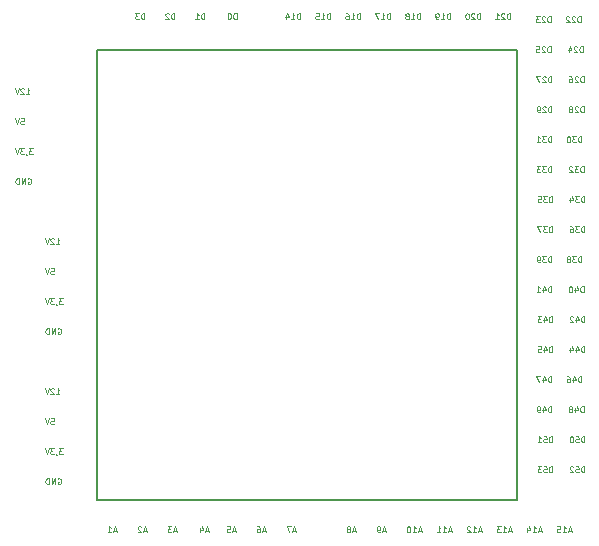
<source format=gbr>
%TF.GenerationSoftware,KiCad,Pcbnew,7.0.2*%
%TF.CreationDate,2023-07-27T18:48:29+02:00*%
%TF.ProjectId,Lochraster,4c6f6368-7261-4737-9465-722e6b696361,rev?*%
%TF.SameCoordinates,Original*%
%TF.FileFunction,Legend,Bot*%
%TF.FilePolarity,Positive*%
%FSLAX46Y46*%
G04 Gerber Fmt 4.6, Leading zero omitted, Abs format (unit mm)*
G04 Created by KiCad (PCBNEW 7.0.2) date 2023-07-27 18:48:29*
%MOMM*%
%LPD*%
G01*
G04 APERTURE LIST*
%ADD10C,0.150000*%
%ADD11C,0.100000*%
%ADD12C,3.200000*%
%ADD13O,1.727200X1.727200*%
%ADD14R,1.727200X1.727200*%
%ADD15C,1.700000*%
%ADD16O,1.700000X1.700000*%
%ADD17R,1.700000X1.700000*%
G04 APERTURE END LIST*
D10*
X164023000Y-60810000D02*
X199583000Y-60810000D01*
X164023000Y-98910000D02*
X164023000Y-60810000D01*
X199583000Y-60810000D02*
X199583000Y-98910000D01*
X199583000Y-98910000D02*
X164023000Y-98910000D01*
D11*
X170745684Y-101516030D02*
X170507589Y-101516030D01*
X170793303Y-101658887D02*
X170626637Y-101158887D01*
X170626637Y-101158887D02*
X170459970Y-101658887D01*
X170340923Y-101158887D02*
X170031399Y-101158887D01*
X170031399Y-101158887D02*
X170198066Y-101349363D01*
X170198066Y-101349363D02*
X170126637Y-101349363D01*
X170126637Y-101349363D02*
X170079018Y-101373173D01*
X170079018Y-101373173D02*
X170055209Y-101396982D01*
X170055209Y-101396982D02*
X170031399Y-101444601D01*
X170031399Y-101444601D02*
X170031399Y-101563649D01*
X170031399Y-101563649D02*
X170055209Y-101611268D01*
X170055209Y-101611268D02*
X170079018Y-101635078D01*
X170079018Y-101635078D02*
X170126637Y-101658887D01*
X170126637Y-101658887D02*
X170269494Y-101658887D01*
X170269494Y-101658887D02*
X170317113Y-101635078D01*
X170317113Y-101635078D02*
X170340923Y-101611268D01*
X191391332Y-58208809D02*
X191391332Y-57708809D01*
X191391332Y-57708809D02*
X191272284Y-57708809D01*
X191272284Y-57708809D02*
X191200856Y-57732619D01*
X191200856Y-57732619D02*
X191153237Y-57780238D01*
X191153237Y-57780238D02*
X191129427Y-57827857D01*
X191129427Y-57827857D02*
X191105618Y-57923095D01*
X191105618Y-57923095D02*
X191105618Y-57994523D01*
X191105618Y-57994523D02*
X191129427Y-58089761D01*
X191129427Y-58089761D02*
X191153237Y-58137380D01*
X191153237Y-58137380D02*
X191200856Y-58185000D01*
X191200856Y-58185000D02*
X191272284Y-58208809D01*
X191272284Y-58208809D02*
X191391332Y-58208809D01*
X190629427Y-58208809D02*
X190915141Y-58208809D01*
X190772284Y-58208809D02*
X190772284Y-57708809D01*
X190772284Y-57708809D02*
X190819903Y-57780238D01*
X190819903Y-57780238D02*
X190867522Y-57827857D01*
X190867522Y-57827857D02*
X190915141Y-57851666D01*
X190343713Y-57923095D02*
X190391332Y-57899285D01*
X190391332Y-57899285D02*
X190415142Y-57875476D01*
X190415142Y-57875476D02*
X190438951Y-57827857D01*
X190438951Y-57827857D02*
X190438951Y-57804047D01*
X190438951Y-57804047D02*
X190415142Y-57756428D01*
X190415142Y-57756428D02*
X190391332Y-57732619D01*
X190391332Y-57732619D02*
X190343713Y-57708809D01*
X190343713Y-57708809D02*
X190248475Y-57708809D01*
X190248475Y-57708809D02*
X190200856Y-57732619D01*
X190200856Y-57732619D02*
X190177047Y-57756428D01*
X190177047Y-57756428D02*
X190153237Y-57804047D01*
X190153237Y-57804047D02*
X190153237Y-57827857D01*
X190153237Y-57827857D02*
X190177047Y-57875476D01*
X190177047Y-57875476D02*
X190200856Y-57899285D01*
X190200856Y-57899285D02*
X190248475Y-57923095D01*
X190248475Y-57923095D02*
X190343713Y-57923095D01*
X190343713Y-57923095D02*
X190391332Y-57946904D01*
X190391332Y-57946904D02*
X190415142Y-57970714D01*
X190415142Y-57970714D02*
X190438951Y-58018333D01*
X190438951Y-58018333D02*
X190438951Y-58113571D01*
X190438951Y-58113571D02*
X190415142Y-58161190D01*
X190415142Y-58161190D02*
X190391332Y-58185000D01*
X190391332Y-58185000D02*
X190343713Y-58208809D01*
X190343713Y-58208809D02*
X190248475Y-58208809D01*
X190248475Y-58208809D02*
X190200856Y-58185000D01*
X190200856Y-58185000D02*
X190177047Y-58161190D01*
X190177047Y-58161190D02*
X190153237Y-58113571D01*
X190153237Y-58113571D02*
X190153237Y-58018333D01*
X190153237Y-58018333D02*
X190177047Y-57970714D01*
X190177047Y-57970714D02*
X190200856Y-57946904D01*
X190200856Y-57946904D02*
X190248475Y-57923095D01*
X205305494Y-83862809D02*
X205305494Y-83362809D01*
X205305494Y-83362809D02*
X205186446Y-83362809D01*
X205186446Y-83362809D02*
X205115018Y-83386619D01*
X205115018Y-83386619D02*
X205067399Y-83434238D01*
X205067399Y-83434238D02*
X205043589Y-83481857D01*
X205043589Y-83481857D02*
X205019780Y-83577095D01*
X205019780Y-83577095D02*
X205019780Y-83648523D01*
X205019780Y-83648523D02*
X205043589Y-83743761D01*
X205043589Y-83743761D02*
X205067399Y-83791380D01*
X205067399Y-83791380D02*
X205115018Y-83839000D01*
X205115018Y-83839000D02*
X205186446Y-83862809D01*
X205186446Y-83862809D02*
X205305494Y-83862809D01*
X204591208Y-83529476D02*
X204591208Y-83862809D01*
X204710256Y-83339000D02*
X204829303Y-83696142D01*
X204829303Y-83696142D02*
X204519780Y-83696142D01*
X204353113Y-83410428D02*
X204329304Y-83386619D01*
X204329304Y-83386619D02*
X204281685Y-83362809D01*
X204281685Y-83362809D02*
X204162637Y-83362809D01*
X204162637Y-83362809D02*
X204115018Y-83386619D01*
X204115018Y-83386619D02*
X204091209Y-83410428D01*
X204091209Y-83410428D02*
X204067399Y-83458047D01*
X204067399Y-83458047D02*
X204067399Y-83505666D01*
X204067399Y-83505666D02*
X204091209Y-83577095D01*
X204091209Y-83577095D02*
X204376923Y-83862809D01*
X204376923Y-83862809D02*
X204067399Y-83862809D01*
X202511494Y-71178887D02*
X202511494Y-70678887D01*
X202511494Y-70678887D02*
X202392446Y-70678887D01*
X202392446Y-70678887D02*
X202321018Y-70702697D01*
X202321018Y-70702697D02*
X202273399Y-70750316D01*
X202273399Y-70750316D02*
X202249589Y-70797935D01*
X202249589Y-70797935D02*
X202225780Y-70893173D01*
X202225780Y-70893173D02*
X202225780Y-70964601D01*
X202225780Y-70964601D02*
X202249589Y-71059839D01*
X202249589Y-71059839D02*
X202273399Y-71107458D01*
X202273399Y-71107458D02*
X202321018Y-71155078D01*
X202321018Y-71155078D02*
X202392446Y-71178887D01*
X202392446Y-71178887D02*
X202511494Y-71178887D01*
X202059113Y-70678887D02*
X201749589Y-70678887D01*
X201749589Y-70678887D02*
X201916256Y-70869363D01*
X201916256Y-70869363D02*
X201844827Y-70869363D01*
X201844827Y-70869363D02*
X201797208Y-70893173D01*
X201797208Y-70893173D02*
X201773399Y-70916982D01*
X201773399Y-70916982D02*
X201749589Y-70964601D01*
X201749589Y-70964601D02*
X201749589Y-71083649D01*
X201749589Y-71083649D02*
X201773399Y-71131268D01*
X201773399Y-71131268D02*
X201797208Y-71155078D01*
X201797208Y-71155078D02*
X201844827Y-71178887D01*
X201844827Y-71178887D02*
X201987684Y-71178887D01*
X201987684Y-71178887D02*
X202035303Y-71155078D01*
X202035303Y-71155078D02*
X202059113Y-71131268D01*
X201582923Y-70678887D02*
X201273399Y-70678887D01*
X201273399Y-70678887D02*
X201440066Y-70869363D01*
X201440066Y-70869363D02*
X201368637Y-70869363D01*
X201368637Y-70869363D02*
X201321018Y-70893173D01*
X201321018Y-70893173D02*
X201297209Y-70916982D01*
X201297209Y-70916982D02*
X201273399Y-70964601D01*
X201273399Y-70964601D02*
X201273399Y-71083649D01*
X201273399Y-71083649D02*
X201297209Y-71131268D01*
X201297209Y-71131268D02*
X201321018Y-71155078D01*
X201321018Y-71155078D02*
X201368637Y-71178887D01*
X201368637Y-71178887D02*
X201511494Y-71178887D01*
X201511494Y-71178887D02*
X201559113Y-71155078D01*
X201559113Y-71155078D02*
X201582923Y-71131268D01*
X178294522Y-101499952D02*
X178056427Y-101499952D01*
X178342141Y-101642809D02*
X178175475Y-101142809D01*
X178175475Y-101142809D02*
X178008808Y-101642809D01*
X177627856Y-101142809D02*
X177723094Y-101142809D01*
X177723094Y-101142809D02*
X177770713Y-101166619D01*
X177770713Y-101166619D02*
X177794523Y-101190428D01*
X177794523Y-101190428D02*
X177842142Y-101261857D01*
X177842142Y-101261857D02*
X177865951Y-101357095D01*
X177865951Y-101357095D02*
X177865951Y-101547571D01*
X177865951Y-101547571D02*
X177842142Y-101595190D01*
X177842142Y-101595190D02*
X177818332Y-101619000D01*
X177818332Y-101619000D02*
X177770713Y-101642809D01*
X177770713Y-101642809D02*
X177675475Y-101642809D01*
X177675475Y-101642809D02*
X177627856Y-101619000D01*
X177627856Y-101619000D02*
X177604047Y-101595190D01*
X177604047Y-101595190D02*
X177580237Y-101547571D01*
X177580237Y-101547571D02*
X177580237Y-101428523D01*
X177580237Y-101428523D02*
X177604047Y-101380904D01*
X177604047Y-101380904D02*
X177627856Y-101357095D01*
X177627856Y-101357095D02*
X177675475Y-101333285D01*
X177675475Y-101333285D02*
X177770713Y-101333285D01*
X177770713Y-101333285D02*
X177818332Y-101357095D01*
X177818332Y-101357095D02*
X177842142Y-101380904D01*
X177842142Y-101380904D02*
X177865951Y-101428523D01*
X199090712Y-101499952D02*
X198852617Y-101499952D01*
X199138331Y-101642809D02*
X198971665Y-101142809D01*
X198971665Y-101142809D02*
X198804998Y-101642809D01*
X198376427Y-101642809D02*
X198662141Y-101642809D01*
X198519284Y-101642809D02*
X198519284Y-101142809D01*
X198519284Y-101142809D02*
X198566903Y-101214238D01*
X198566903Y-101214238D02*
X198614522Y-101261857D01*
X198614522Y-101261857D02*
X198662141Y-101285666D01*
X198209761Y-101142809D02*
X197900237Y-101142809D01*
X197900237Y-101142809D02*
X198066904Y-101333285D01*
X198066904Y-101333285D02*
X197995475Y-101333285D01*
X197995475Y-101333285D02*
X197947856Y-101357095D01*
X197947856Y-101357095D02*
X197924047Y-101380904D01*
X197924047Y-101380904D02*
X197900237Y-101428523D01*
X197900237Y-101428523D02*
X197900237Y-101547571D01*
X197900237Y-101547571D02*
X197924047Y-101595190D01*
X197924047Y-101595190D02*
X197947856Y-101619000D01*
X197947856Y-101619000D02*
X197995475Y-101642809D01*
X197995475Y-101642809D02*
X198138332Y-101642809D01*
X198138332Y-101642809D02*
X198185951Y-101619000D01*
X198185951Y-101619000D02*
X198209761Y-101595190D01*
X158180857Y-71702619D02*
X158228476Y-71678809D01*
X158228476Y-71678809D02*
X158299905Y-71678809D01*
X158299905Y-71678809D02*
X158371333Y-71702619D01*
X158371333Y-71702619D02*
X158418952Y-71750238D01*
X158418952Y-71750238D02*
X158442762Y-71797857D01*
X158442762Y-71797857D02*
X158466571Y-71893095D01*
X158466571Y-71893095D02*
X158466571Y-71964523D01*
X158466571Y-71964523D02*
X158442762Y-72059761D01*
X158442762Y-72059761D02*
X158418952Y-72107380D01*
X158418952Y-72107380D02*
X158371333Y-72155000D01*
X158371333Y-72155000D02*
X158299905Y-72178809D01*
X158299905Y-72178809D02*
X158252286Y-72178809D01*
X158252286Y-72178809D02*
X158180857Y-72155000D01*
X158180857Y-72155000D02*
X158157048Y-72131190D01*
X158157048Y-72131190D02*
X158157048Y-71964523D01*
X158157048Y-71964523D02*
X158252286Y-71964523D01*
X157942762Y-72178809D02*
X157942762Y-71678809D01*
X157942762Y-71678809D02*
X157657048Y-72178809D01*
X157657048Y-72178809D02*
X157657048Y-71678809D01*
X157418952Y-72178809D02*
X157418952Y-71678809D01*
X157418952Y-71678809D02*
X157299904Y-71678809D01*
X157299904Y-71678809D02*
X157228476Y-71702619D01*
X157228476Y-71702619D02*
X157180857Y-71750238D01*
X157180857Y-71750238D02*
X157157047Y-71797857D01*
X157157047Y-71797857D02*
X157133238Y-71893095D01*
X157133238Y-71893095D02*
X157133238Y-71964523D01*
X157133238Y-71964523D02*
X157157047Y-72059761D01*
X157157047Y-72059761D02*
X157180857Y-72107380D01*
X157180857Y-72107380D02*
X157228476Y-72155000D01*
X157228476Y-72155000D02*
X157299904Y-72178809D01*
X157299904Y-72178809D02*
X157418952Y-72178809D01*
X168205684Y-101516030D02*
X167967589Y-101516030D01*
X168253303Y-101658887D02*
X168086637Y-101158887D01*
X168086637Y-101158887D02*
X167919970Y-101658887D01*
X167777113Y-101206506D02*
X167753304Y-101182697D01*
X167753304Y-101182697D02*
X167705685Y-101158887D01*
X167705685Y-101158887D02*
X167586637Y-101158887D01*
X167586637Y-101158887D02*
X167539018Y-101182697D01*
X167539018Y-101182697D02*
X167515209Y-101206506D01*
X167515209Y-101206506D02*
X167491399Y-101254125D01*
X167491399Y-101254125D02*
X167491399Y-101301744D01*
X167491399Y-101301744D02*
X167515209Y-101373173D01*
X167515209Y-101373173D02*
X167800923Y-101658887D01*
X167800923Y-101658887D02*
X167491399Y-101658887D01*
X202511494Y-91498887D02*
X202511494Y-90998887D01*
X202511494Y-90998887D02*
X202392446Y-90998887D01*
X202392446Y-90998887D02*
X202321018Y-91022697D01*
X202321018Y-91022697D02*
X202273399Y-91070316D01*
X202273399Y-91070316D02*
X202249589Y-91117935D01*
X202249589Y-91117935D02*
X202225780Y-91213173D01*
X202225780Y-91213173D02*
X202225780Y-91284601D01*
X202225780Y-91284601D02*
X202249589Y-91379839D01*
X202249589Y-91379839D02*
X202273399Y-91427458D01*
X202273399Y-91427458D02*
X202321018Y-91475078D01*
X202321018Y-91475078D02*
X202392446Y-91498887D01*
X202392446Y-91498887D02*
X202511494Y-91498887D01*
X201797208Y-91165554D02*
X201797208Y-91498887D01*
X201916256Y-90975078D02*
X202035303Y-91332220D01*
X202035303Y-91332220D02*
X201725780Y-91332220D01*
X201511494Y-91498887D02*
X201416256Y-91498887D01*
X201416256Y-91498887D02*
X201368637Y-91475078D01*
X201368637Y-91475078D02*
X201344828Y-91451268D01*
X201344828Y-91451268D02*
X201297209Y-91379839D01*
X201297209Y-91379839D02*
X201273399Y-91284601D01*
X201273399Y-91284601D02*
X201273399Y-91094125D01*
X201273399Y-91094125D02*
X201297209Y-91046506D01*
X201297209Y-91046506D02*
X201321018Y-91022697D01*
X201321018Y-91022697D02*
X201368637Y-90998887D01*
X201368637Y-90998887D02*
X201463875Y-90998887D01*
X201463875Y-90998887D02*
X201511494Y-91022697D01*
X201511494Y-91022697D02*
X201535304Y-91046506D01*
X201535304Y-91046506D02*
X201559113Y-91094125D01*
X201559113Y-91094125D02*
X201559113Y-91213173D01*
X201559113Y-91213173D02*
X201535304Y-91260792D01*
X201535304Y-91260792D02*
X201511494Y-91284601D01*
X201511494Y-91284601D02*
X201463875Y-91308411D01*
X201463875Y-91308411D02*
X201368637Y-91308411D01*
X201368637Y-91308411D02*
X201321018Y-91284601D01*
X201321018Y-91284601D02*
X201297209Y-91260792D01*
X201297209Y-91260792D02*
X201273399Y-91213173D01*
X160720857Y-84402619D02*
X160768476Y-84378809D01*
X160768476Y-84378809D02*
X160839905Y-84378809D01*
X160839905Y-84378809D02*
X160911333Y-84402619D01*
X160911333Y-84402619D02*
X160958952Y-84450238D01*
X160958952Y-84450238D02*
X160982762Y-84497857D01*
X160982762Y-84497857D02*
X161006571Y-84593095D01*
X161006571Y-84593095D02*
X161006571Y-84664523D01*
X161006571Y-84664523D02*
X160982762Y-84759761D01*
X160982762Y-84759761D02*
X160958952Y-84807380D01*
X160958952Y-84807380D02*
X160911333Y-84855000D01*
X160911333Y-84855000D02*
X160839905Y-84878809D01*
X160839905Y-84878809D02*
X160792286Y-84878809D01*
X160792286Y-84878809D02*
X160720857Y-84855000D01*
X160720857Y-84855000D02*
X160697048Y-84831190D01*
X160697048Y-84831190D02*
X160697048Y-84664523D01*
X160697048Y-84664523D02*
X160792286Y-84664523D01*
X160482762Y-84878809D02*
X160482762Y-84378809D01*
X160482762Y-84378809D02*
X160197048Y-84878809D01*
X160197048Y-84878809D02*
X160197048Y-84378809D01*
X159958952Y-84878809D02*
X159958952Y-84378809D01*
X159958952Y-84378809D02*
X159839904Y-84378809D01*
X159839904Y-84378809D02*
X159768476Y-84402619D01*
X159768476Y-84402619D02*
X159720857Y-84450238D01*
X159720857Y-84450238D02*
X159697047Y-84497857D01*
X159697047Y-84497857D02*
X159673238Y-84593095D01*
X159673238Y-84593095D02*
X159673238Y-84664523D01*
X159673238Y-84664523D02*
X159697047Y-84759761D01*
X159697047Y-84759761D02*
X159720857Y-84807380D01*
X159720857Y-84807380D02*
X159768476Y-84855000D01*
X159768476Y-84855000D02*
X159839904Y-84878809D01*
X159839904Y-84878809D02*
X159958952Y-84878809D01*
X185914522Y-101499952D02*
X185676427Y-101499952D01*
X185962141Y-101642809D02*
X185795475Y-101142809D01*
X185795475Y-101142809D02*
X185628808Y-101642809D01*
X185390713Y-101357095D02*
X185438332Y-101333285D01*
X185438332Y-101333285D02*
X185462142Y-101309476D01*
X185462142Y-101309476D02*
X185485951Y-101261857D01*
X185485951Y-101261857D02*
X185485951Y-101238047D01*
X185485951Y-101238047D02*
X185462142Y-101190428D01*
X185462142Y-101190428D02*
X185438332Y-101166619D01*
X185438332Y-101166619D02*
X185390713Y-101142809D01*
X185390713Y-101142809D02*
X185295475Y-101142809D01*
X185295475Y-101142809D02*
X185247856Y-101166619D01*
X185247856Y-101166619D02*
X185224047Y-101190428D01*
X185224047Y-101190428D02*
X185200237Y-101238047D01*
X185200237Y-101238047D02*
X185200237Y-101261857D01*
X185200237Y-101261857D02*
X185224047Y-101309476D01*
X185224047Y-101309476D02*
X185247856Y-101333285D01*
X185247856Y-101333285D02*
X185295475Y-101357095D01*
X185295475Y-101357095D02*
X185390713Y-101357095D01*
X185390713Y-101357095D02*
X185438332Y-101380904D01*
X185438332Y-101380904D02*
X185462142Y-101404714D01*
X185462142Y-101404714D02*
X185485951Y-101452333D01*
X185485951Y-101452333D02*
X185485951Y-101547571D01*
X185485951Y-101547571D02*
X185462142Y-101595190D01*
X185462142Y-101595190D02*
X185438332Y-101619000D01*
X185438332Y-101619000D02*
X185390713Y-101642809D01*
X185390713Y-101642809D02*
X185295475Y-101642809D01*
X185295475Y-101642809D02*
X185247856Y-101619000D01*
X185247856Y-101619000D02*
X185224047Y-101595190D01*
X185224047Y-101595190D02*
X185200237Y-101547571D01*
X185200237Y-101547571D02*
X185200237Y-101452333D01*
X185200237Y-101452333D02*
X185224047Y-101404714D01*
X185224047Y-101404714D02*
X185247856Y-101380904D01*
X185247856Y-101380904D02*
X185295475Y-101357095D01*
X202511494Y-78782809D02*
X202511494Y-78282809D01*
X202511494Y-78282809D02*
X202392446Y-78282809D01*
X202392446Y-78282809D02*
X202321018Y-78306619D01*
X202321018Y-78306619D02*
X202273399Y-78354238D01*
X202273399Y-78354238D02*
X202249589Y-78401857D01*
X202249589Y-78401857D02*
X202225780Y-78497095D01*
X202225780Y-78497095D02*
X202225780Y-78568523D01*
X202225780Y-78568523D02*
X202249589Y-78663761D01*
X202249589Y-78663761D02*
X202273399Y-78711380D01*
X202273399Y-78711380D02*
X202321018Y-78759000D01*
X202321018Y-78759000D02*
X202392446Y-78782809D01*
X202392446Y-78782809D02*
X202511494Y-78782809D01*
X202059113Y-78282809D02*
X201749589Y-78282809D01*
X201749589Y-78282809D02*
X201916256Y-78473285D01*
X201916256Y-78473285D02*
X201844827Y-78473285D01*
X201844827Y-78473285D02*
X201797208Y-78497095D01*
X201797208Y-78497095D02*
X201773399Y-78520904D01*
X201773399Y-78520904D02*
X201749589Y-78568523D01*
X201749589Y-78568523D02*
X201749589Y-78687571D01*
X201749589Y-78687571D02*
X201773399Y-78735190D01*
X201773399Y-78735190D02*
X201797208Y-78759000D01*
X201797208Y-78759000D02*
X201844827Y-78782809D01*
X201844827Y-78782809D02*
X201987684Y-78782809D01*
X201987684Y-78782809D02*
X202035303Y-78759000D01*
X202035303Y-78759000D02*
X202059113Y-78735190D01*
X201511494Y-78782809D02*
X201416256Y-78782809D01*
X201416256Y-78782809D02*
X201368637Y-78759000D01*
X201368637Y-78759000D02*
X201344828Y-78735190D01*
X201344828Y-78735190D02*
X201297209Y-78663761D01*
X201297209Y-78663761D02*
X201273399Y-78568523D01*
X201273399Y-78568523D02*
X201273399Y-78378047D01*
X201273399Y-78378047D02*
X201297209Y-78330428D01*
X201297209Y-78330428D02*
X201321018Y-78306619D01*
X201321018Y-78306619D02*
X201368637Y-78282809D01*
X201368637Y-78282809D02*
X201463875Y-78282809D01*
X201463875Y-78282809D02*
X201511494Y-78306619D01*
X201511494Y-78306619D02*
X201535304Y-78330428D01*
X201535304Y-78330428D02*
X201559113Y-78378047D01*
X201559113Y-78378047D02*
X201559113Y-78497095D01*
X201559113Y-78497095D02*
X201535304Y-78544714D01*
X201535304Y-78544714D02*
X201511494Y-78568523D01*
X201511494Y-78568523D02*
X201463875Y-78592333D01*
X201463875Y-78592333D02*
X201368637Y-78592333D01*
X201368637Y-78592333D02*
X201321018Y-78568523D01*
X201321018Y-78568523D02*
X201297209Y-78544714D01*
X201297209Y-78544714D02*
X201273399Y-78497095D01*
X165665684Y-101516030D02*
X165427589Y-101516030D01*
X165713303Y-101658887D02*
X165546637Y-101158887D01*
X165546637Y-101158887D02*
X165379970Y-101658887D01*
X164951399Y-101658887D02*
X165237113Y-101658887D01*
X165094256Y-101658887D02*
X165094256Y-101158887D01*
X165094256Y-101158887D02*
X165141875Y-101230316D01*
X165141875Y-101230316D02*
X165189494Y-101277935D01*
X165189494Y-101277935D02*
X165237113Y-101301744D01*
X175754522Y-101499952D02*
X175516427Y-101499952D01*
X175802141Y-101642809D02*
X175635475Y-101142809D01*
X175635475Y-101142809D02*
X175468808Y-101642809D01*
X175064047Y-101142809D02*
X175302142Y-101142809D01*
X175302142Y-101142809D02*
X175325951Y-101380904D01*
X175325951Y-101380904D02*
X175302142Y-101357095D01*
X175302142Y-101357095D02*
X175254523Y-101333285D01*
X175254523Y-101333285D02*
X175135475Y-101333285D01*
X175135475Y-101333285D02*
X175087856Y-101357095D01*
X175087856Y-101357095D02*
X175064047Y-101380904D01*
X175064047Y-101380904D02*
X175040237Y-101428523D01*
X175040237Y-101428523D02*
X175040237Y-101547571D01*
X175040237Y-101547571D02*
X175064047Y-101595190D01*
X175064047Y-101595190D02*
X175087856Y-101619000D01*
X175087856Y-101619000D02*
X175135475Y-101642809D01*
X175135475Y-101642809D02*
X175254523Y-101642809D01*
X175254523Y-101642809D02*
X175302142Y-101619000D01*
X175302142Y-101619000D02*
X175325951Y-101595190D01*
X202582656Y-83878887D02*
X202582656Y-83378887D01*
X202582656Y-83378887D02*
X202463608Y-83378887D01*
X202463608Y-83378887D02*
X202392180Y-83402697D01*
X202392180Y-83402697D02*
X202344561Y-83450316D01*
X202344561Y-83450316D02*
X202320751Y-83497935D01*
X202320751Y-83497935D02*
X202296942Y-83593173D01*
X202296942Y-83593173D02*
X202296942Y-83664601D01*
X202296942Y-83664601D02*
X202320751Y-83759839D01*
X202320751Y-83759839D02*
X202344561Y-83807458D01*
X202344561Y-83807458D02*
X202392180Y-83855078D01*
X202392180Y-83855078D02*
X202463608Y-83878887D01*
X202463608Y-83878887D02*
X202582656Y-83878887D01*
X201868370Y-83545554D02*
X201868370Y-83878887D01*
X201987418Y-83355078D02*
X202106465Y-83712220D01*
X202106465Y-83712220D02*
X201796942Y-83712220D01*
X201654085Y-83378887D02*
X201344561Y-83378887D01*
X201344561Y-83378887D02*
X201511228Y-83569363D01*
X201511228Y-83569363D02*
X201439799Y-83569363D01*
X201439799Y-83569363D02*
X201392180Y-83593173D01*
X201392180Y-83593173D02*
X201368371Y-83616982D01*
X201368371Y-83616982D02*
X201344561Y-83664601D01*
X201344561Y-83664601D02*
X201344561Y-83783649D01*
X201344561Y-83783649D02*
X201368371Y-83831268D01*
X201368371Y-83831268D02*
X201392180Y-83855078D01*
X201392180Y-83855078D02*
X201439799Y-83878887D01*
X201439799Y-83878887D02*
X201582656Y-83878887D01*
X201582656Y-83878887D02*
X201630275Y-83855078D01*
X201630275Y-83855078D02*
X201654085Y-83831268D01*
X188454522Y-101499952D02*
X188216427Y-101499952D01*
X188502141Y-101642809D02*
X188335475Y-101142809D01*
X188335475Y-101142809D02*
X188168808Y-101642809D01*
X187978332Y-101642809D02*
X187883094Y-101642809D01*
X187883094Y-101642809D02*
X187835475Y-101619000D01*
X187835475Y-101619000D02*
X187811666Y-101595190D01*
X187811666Y-101595190D02*
X187764047Y-101523761D01*
X187764047Y-101523761D02*
X187740237Y-101428523D01*
X187740237Y-101428523D02*
X187740237Y-101238047D01*
X187740237Y-101238047D02*
X187764047Y-101190428D01*
X187764047Y-101190428D02*
X187787856Y-101166619D01*
X187787856Y-101166619D02*
X187835475Y-101142809D01*
X187835475Y-101142809D02*
X187930713Y-101142809D01*
X187930713Y-101142809D02*
X187978332Y-101166619D01*
X187978332Y-101166619D02*
X188002142Y-101190428D01*
X188002142Y-101190428D02*
X188025951Y-101238047D01*
X188025951Y-101238047D02*
X188025951Y-101357095D01*
X188025951Y-101357095D02*
X188002142Y-101404714D01*
X188002142Y-101404714D02*
X187978332Y-101428523D01*
X187978332Y-101428523D02*
X187930713Y-101452333D01*
X187930713Y-101452333D02*
X187835475Y-101452333D01*
X187835475Y-101452333D02*
X187787856Y-101428523D01*
X187787856Y-101428523D02*
X187764047Y-101404714D01*
X187764047Y-101404714D02*
X187740237Y-101357095D01*
X205305494Y-94022809D02*
X205305494Y-93522809D01*
X205305494Y-93522809D02*
X205186446Y-93522809D01*
X205186446Y-93522809D02*
X205115018Y-93546619D01*
X205115018Y-93546619D02*
X205067399Y-93594238D01*
X205067399Y-93594238D02*
X205043589Y-93641857D01*
X205043589Y-93641857D02*
X205019780Y-93737095D01*
X205019780Y-93737095D02*
X205019780Y-93808523D01*
X205019780Y-93808523D02*
X205043589Y-93903761D01*
X205043589Y-93903761D02*
X205067399Y-93951380D01*
X205067399Y-93951380D02*
X205115018Y-93999000D01*
X205115018Y-93999000D02*
X205186446Y-94022809D01*
X205186446Y-94022809D02*
X205305494Y-94022809D01*
X204567399Y-93522809D02*
X204805494Y-93522809D01*
X204805494Y-93522809D02*
X204829303Y-93760904D01*
X204829303Y-93760904D02*
X204805494Y-93737095D01*
X204805494Y-93737095D02*
X204757875Y-93713285D01*
X204757875Y-93713285D02*
X204638827Y-93713285D01*
X204638827Y-93713285D02*
X204591208Y-93737095D01*
X204591208Y-93737095D02*
X204567399Y-93760904D01*
X204567399Y-93760904D02*
X204543589Y-93808523D01*
X204543589Y-93808523D02*
X204543589Y-93927571D01*
X204543589Y-93927571D02*
X204567399Y-93975190D01*
X204567399Y-93975190D02*
X204591208Y-93999000D01*
X204591208Y-93999000D02*
X204638827Y-94022809D01*
X204638827Y-94022809D02*
X204757875Y-94022809D01*
X204757875Y-94022809D02*
X204805494Y-93999000D01*
X204805494Y-93999000D02*
X204829303Y-93975190D01*
X204234066Y-93522809D02*
X204186447Y-93522809D01*
X204186447Y-93522809D02*
X204138828Y-93546619D01*
X204138828Y-93546619D02*
X204115018Y-93570428D01*
X204115018Y-93570428D02*
X204091209Y-93618047D01*
X204091209Y-93618047D02*
X204067399Y-93713285D01*
X204067399Y-93713285D02*
X204067399Y-93832333D01*
X204067399Y-93832333D02*
X204091209Y-93927571D01*
X204091209Y-93927571D02*
X204115018Y-93975190D01*
X204115018Y-93975190D02*
X204138828Y-93999000D01*
X204138828Y-93999000D02*
X204186447Y-94022809D01*
X204186447Y-94022809D02*
X204234066Y-94022809D01*
X204234066Y-94022809D02*
X204281685Y-93999000D01*
X204281685Y-93999000D02*
X204305494Y-93975190D01*
X204305494Y-93975190D02*
X204329304Y-93927571D01*
X204329304Y-93927571D02*
X204353113Y-93832333D01*
X204353113Y-93832333D02*
X204353113Y-93713285D01*
X204353113Y-93713285D02*
X204329304Y-93618047D01*
X204329304Y-93618047D02*
X204305494Y-93570428D01*
X204305494Y-93570428D02*
X204281685Y-93546619D01*
X204281685Y-93546619D02*
X204234066Y-93522809D01*
X205305494Y-96562809D02*
X205305494Y-96062809D01*
X205305494Y-96062809D02*
X205186446Y-96062809D01*
X205186446Y-96062809D02*
X205115018Y-96086619D01*
X205115018Y-96086619D02*
X205067399Y-96134238D01*
X205067399Y-96134238D02*
X205043589Y-96181857D01*
X205043589Y-96181857D02*
X205019780Y-96277095D01*
X205019780Y-96277095D02*
X205019780Y-96348523D01*
X205019780Y-96348523D02*
X205043589Y-96443761D01*
X205043589Y-96443761D02*
X205067399Y-96491380D01*
X205067399Y-96491380D02*
X205115018Y-96539000D01*
X205115018Y-96539000D02*
X205186446Y-96562809D01*
X205186446Y-96562809D02*
X205305494Y-96562809D01*
X204567399Y-96062809D02*
X204805494Y-96062809D01*
X204805494Y-96062809D02*
X204829303Y-96300904D01*
X204829303Y-96300904D02*
X204805494Y-96277095D01*
X204805494Y-96277095D02*
X204757875Y-96253285D01*
X204757875Y-96253285D02*
X204638827Y-96253285D01*
X204638827Y-96253285D02*
X204591208Y-96277095D01*
X204591208Y-96277095D02*
X204567399Y-96300904D01*
X204567399Y-96300904D02*
X204543589Y-96348523D01*
X204543589Y-96348523D02*
X204543589Y-96467571D01*
X204543589Y-96467571D02*
X204567399Y-96515190D01*
X204567399Y-96515190D02*
X204591208Y-96539000D01*
X204591208Y-96539000D02*
X204638827Y-96562809D01*
X204638827Y-96562809D02*
X204757875Y-96562809D01*
X204757875Y-96562809D02*
X204805494Y-96539000D01*
X204805494Y-96539000D02*
X204829303Y-96515190D01*
X204353113Y-96110428D02*
X204329304Y-96086619D01*
X204329304Y-96086619D02*
X204281685Y-96062809D01*
X204281685Y-96062809D02*
X204162637Y-96062809D01*
X204162637Y-96062809D02*
X204115018Y-96086619D01*
X204115018Y-96086619D02*
X204091209Y-96110428D01*
X204091209Y-96110428D02*
X204067399Y-96158047D01*
X204067399Y-96158047D02*
X204067399Y-96205666D01*
X204067399Y-96205666D02*
X204091209Y-96277095D01*
X204091209Y-96277095D02*
X204376923Y-96562809D01*
X204376923Y-96562809D02*
X204067399Y-96562809D01*
X205163170Y-61002809D02*
X205163170Y-60502809D01*
X205163170Y-60502809D02*
X205044122Y-60502809D01*
X205044122Y-60502809D02*
X204972694Y-60526619D01*
X204972694Y-60526619D02*
X204925075Y-60574238D01*
X204925075Y-60574238D02*
X204901265Y-60621857D01*
X204901265Y-60621857D02*
X204877456Y-60717095D01*
X204877456Y-60717095D02*
X204877456Y-60788523D01*
X204877456Y-60788523D02*
X204901265Y-60883761D01*
X204901265Y-60883761D02*
X204925075Y-60931380D01*
X204925075Y-60931380D02*
X204972694Y-60979000D01*
X204972694Y-60979000D02*
X205044122Y-61002809D01*
X205044122Y-61002809D02*
X205163170Y-61002809D01*
X204686979Y-60550428D02*
X204663170Y-60526619D01*
X204663170Y-60526619D02*
X204615551Y-60502809D01*
X204615551Y-60502809D02*
X204496503Y-60502809D01*
X204496503Y-60502809D02*
X204448884Y-60526619D01*
X204448884Y-60526619D02*
X204425075Y-60550428D01*
X204425075Y-60550428D02*
X204401265Y-60598047D01*
X204401265Y-60598047D02*
X204401265Y-60645666D01*
X204401265Y-60645666D02*
X204425075Y-60717095D01*
X204425075Y-60717095D02*
X204710789Y-61002809D01*
X204710789Y-61002809D02*
X204401265Y-61002809D01*
X203972694Y-60669476D02*
X203972694Y-61002809D01*
X204091742Y-60479000D02*
X204210789Y-60836142D01*
X204210789Y-60836142D02*
X203901266Y-60836142D01*
X202511494Y-81338887D02*
X202511494Y-80838887D01*
X202511494Y-80838887D02*
X202392446Y-80838887D01*
X202392446Y-80838887D02*
X202321018Y-80862697D01*
X202321018Y-80862697D02*
X202273399Y-80910316D01*
X202273399Y-80910316D02*
X202249589Y-80957935D01*
X202249589Y-80957935D02*
X202225780Y-81053173D01*
X202225780Y-81053173D02*
X202225780Y-81124601D01*
X202225780Y-81124601D02*
X202249589Y-81219839D01*
X202249589Y-81219839D02*
X202273399Y-81267458D01*
X202273399Y-81267458D02*
X202321018Y-81315078D01*
X202321018Y-81315078D02*
X202392446Y-81338887D01*
X202392446Y-81338887D02*
X202511494Y-81338887D01*
X201797208Y-81005554D02*
X201797208Y-81338887D01*
X201916256Y-80815078D02*
X202035303Y-81172220D01*
X202035303Y-81172220D02*
X201725780Y-81172220D01*
X201273399Y-81338887D02*
X201559113Y-81338887D01*
X201416256Y-81338887D02*
X201416256Y-80838887D01*
X201416256Y-80838887D02*
X201463875Y-80910316D01*
X201463875Y-80910316D02*
X201511494Y-80957935D01*
X201511494Y-80957935D02*
X201559113Y-80981744D01*
X161125617Y-94538809D02*
X160816093Y-94538809D01*
X160816093Y-94538809D02*
X160982760Y-94729285D01*
X160982760Y-94729285D02*
X160911331Y-94729285D01*
X160911331Y-94729285D02*
X160863712Y-94753095D01*
X160863712Y-94753095D02*
X160839903Y-94776904D01*
X160839903Y-94776904D02*
X160816093Y-94824523D01*
X160816093Y-94824523D02*
X160816093Y-94943571D01*
X160816093Y-94943571D02*
X160839903Y-94991190D01*
X160839903Y-94991190D02*
X160863712Y-95015000D01*
X160863712Y-95015000D02*
X160911331Y-95038809D01*
X160911331Y-95038809D02*
X161054188Y-95038809D01*
X161054188Y-95038809D02*
X161101807Y-95015000D01*
X161101807Y-95015000D02*
X161125617Y-94991190D01*
X160577998Y-95015000D02*
X160577998Y-95038809D01*
X160577998Y-95038809D02*
X160601808Y-95086428D01*
X160601808Y-95086428D02*
X160625617Y-95110238D01*
X160411332Y-94538809D02*
X160101808Y-94538809D01*
X160101808Y-94538809D02*
X160268475Y-94729285D01*
X160268475Y-94729285D02*
X160197046Y-94729285D01*
X160197046Y-94729285D02*
X160149427Y-94753095D01*
X160149427Y-94753095D02*
X160125618Y-94776904D01*
X160125618Y-94776904D02*
X160101808Y-94824523D01*
X160101808Y-94824523D02*
X160101808Y-94943571D01*
X160101808Y-94943571D02*
X160125618Y-94991190D01*
X160125618Y-94991190D02*
X160149427Y-95015000D01*
X160149427Y-95015000D02*
X160197046Y-95038809D01*
X160197046Y-95038809D02*
X160339903Y-95038809D01*
X160339903Y-95038809D02*
X160387522Y-95015000D01*
X160387522Y-95015000D02*
X160411332Y-94991190D01*
X159958951Y-94538809D02*
X159792285Y-95038809D01*
X159792285Y-95038809D02*
X159625618Y-94538809D01*
X180834522Y-101499952D02*
X180596427Y-101499952D01*
X180882141Y-101642809D02*
X180715475Y-101142809D01*
X180715475Y-101142809D02*
X180548808Y-101642809D01*
X180429761Y-101142809D02*
X180096428Y-101142809D01*
X180096428Y-101142809D02*
X180310713Y-101642809D01*
X175857980Y-58192731D02*
X175857980Y-57692731D01*
X175857980Y-57692731D02*
X175738932Y-57692731D01*
X175738932Y-57692731D02*
X175667504Y-57716541D01*
X175667504Y-57716541D02*
X175619885Y-57764160D01*
X175619885Y-57764160D02*
X175596075Y-57811779D01*
X175596075Y-57811779D02*
X175572266Y-57907017D01*
X175572266Y-57907017D02*
X175572266Y-57978445D01*
X175572266Y-57978445D02*
X175596075Y-58073683D01*
X175596075Y-58073683D02*
X175619885Y-58121302D01*
X175619885Y-58121302D02*
X175667504Y-58168922D01*
X175667504Y-58168922D02*
X175738932Y-58192731D01*
X175738932Y-58192731D02*
X175857980Y-58192731D01*
X175262742Y-57692731D02*
X175215123Y-57692731D01*
X175215123Y-57692731D02*
X175167504Y-57716541D01*
X175167504Y-57716541D02*
X175143694Y-57740350D01*
X175143694Y-57740350D02*
X175119885Y-57787969D01*
X175119885Y-57787969D02*
X175096075Y-57883207D01*
X175096075Y-57883207D02*
X175096075Y-58002255D01*
X175096075Y-58002255D02*
X175119885Y-58097493D01*
X175119885Y-58097493D02*
X175143694Y-58145112D01*
X175143694Y-58145112D02*
X175167504Y-58168922D01*
X175167504Y-58168922D02*
X175215123Y-58192731D01*
X175215123Y-58192731D02*
X175262742Y-58192731D01*
X175262742Y-58192731D02*
X175310361Y-58168922D01*
X175310361Y-58168922D02*
X175334170Y-58145112D01*
X175334170Y-58145112D02*
X175357980Y-58097493D01*
X175357980Y-58097493D02*
X175381789Y-58002255D01*
X175381789Y-58002255D02*
X175381789Y-57883207D01*
X175381789Y-57883207D02*
X175357980Y-57787969D01*
X175357980Y-57787969D02*
X175334170Y-57740350D01*
X175334170Y-57740350D02*
X175310361Y-57716541D01*
X175310361Y-57716541D02*
X175262742Y-57692731D01*
X202511494Y-66098887D02*
X202511494Y-65598887D01*
X202511494Y-65598887D02*
X202392446Y-65598887D01*
X202392446Y-65598887D02*
X202321018Y-65622697D01*
X202321018Y-65622697D02*
X202273399Y-65670316D01*
X202273399Y-65670316D02*
X202249589Y-65717935D01*
X202249589Y-65717935D02*
X202225780Y-65813173D01*
X202225780Y-65813173D02*
X202225780Y-65884601D01*
X202225780Y-65884601D02*
X202249589Y-65979839D01*
X202249589Y-65979839D02*
X202273399Y-66027458D01*
X202273399Y-66027458D02*
X202321018Y-66075078D01*
X202321018Y-66075078D02*
X202392446Y-66098887D01*
X202392446Y-66098887D02*
X202511494Y-66098887D01*
X202035303Y-65646506D02*
X202011494Y-65622697D01*
X202011494Y-65622697D02*
X201963875Y-65598887D01*
X201963875Y-65598887D02*
X201844827Y-65598887D01*
X201844827Y-65598887D02*
X201797208Y-65622697D01*
X201797208Y-65622697D02*
X201773399Y-65646506D01*
X201773399Y-65646506D02*
X201749589Y-65694125D01*
X201749589Y-65694125D02*
X201749589Y-65741744D01*
X201749589Y-65741744D02*
X201773399Y-65813173D01*
X201773399Y-65813173D02*
X202059113Y-66098887D01*
X202059113Y-66098887D02*
X201749589Y-66098887D01*
X201511494Y-66098887D02*
X201416256Y-66098887D01*
X201416256Y-66098887D02*
X201368637Y-66075078D01*
X201368637Y-66075078D02*
X201344828Y-66051268D01*
X201344828Y-66051268D02*
X201297209Y-65979839D01*
X201297209Y-65979839D02*
X201273399Y-65884601D01*
X201273399Y-65884601D02*
X201273399Y-65694125D01*
X201273399Y-65694125D02*
X201297209Y-65646506D01*
X201297209Y-65646506D02*
X201321018Y-65622697D01*
X201321018Y-65622697D02*
X201368637Y-65598887D01*
X201368637Y-65598887D02*
X201463875Y-65598887D01*
X201463875Y-65598887D02*
X201511494Y-65622697D01*
X201511494Y-65622697D02*
X201535304Y-65646506D01*
X201535304Y-65646506D02*
X201559113Y-65694125D01*
X201559113Y-65694125D02*
X201559113Y-65813173D01*
X201559113Y-65813173D02*
X201535304Y-65860792D01*
X201535304Y-65860792D02*
X201511494Y-65884601D01*
X201511494Y-65884601D02*
X201463875Y-65908411D01*
X201463875Y-65908411D02*
X201368637Y-65908411D01*
X201368637Y-65908411D02*
X201321018Y-65884601D01*
X201321018Y-65884601D02*
X201297209Y-65860792D01*
X201297209Y-65860792D02*
X201273399Y-65813173D01*
X202582656Y-96578887D02*
X202582656Y-96078887D01*
X202582656Y-96078887D02*
X202463608Y-96078887D01*
X202463608Y-96078887D02*
X202392180Y-96102697D01*
X202392180Y-96102697D02*
X202344561Y-96150316D01*
X202344561Y-96150316D02*
X202320751Y-96197935D01*
X202320751Y-96197935D02*
X202296942Y-96293173D01*
X202296942Y-96293173D02*
X202296942Y-96364601D01*
X202296942Y-96364601D02*
X202320751Y-96459839D01*
X202320751Y-96459839D02*
X202344561Y-96507458D01*
X202344561Y-96507458D02*
X202392180Y-96555078D01*
X202392180Y-96555078D02*
X202463608Y-96578887D01*
X202463608Y-96578887D02*
X202582656Y-96578887D01*
X201844561Y-96078887D02*
X202082656Y-96078887D01*
X202082656Y-96078887D02*
X202106465Y-96316982D01*
X202106465Y-96316982D02*
X202082656Y-96293173D01*
X202082656Y-96293173D02*
X202035037Y-96269363D01*
X202035037Y-96269363D02*
X201915989Y-96269363D01*
X201915989Y-96269363D02*
X201868370Y-96293173D01*
X201868370Y-96293173D02*
X201844561Y-96316982D01*
X201844561Y-96316982D02*
X201820751Y-96364601D01*
X201820751Y-96364601D02*
X201820751Y-96483649D01*
X201820751Y-96483649D02*
X201844561Y-96531268D01*
X201844561Y-96531268D02*
X201868370Y-96555078D01*
X201868370Y-96555078D02*
X201915989Y-96578887D01*
X201915989Y-96578887D02*
X202035037Y-96578887D01*
X202035037Y-96578887D02*
X202082656Y-96555078D01*
X202082656Y-96555078D02*
X202106465Y-96531268D01*
X201654085Y-96078887D02*
X201344561Y-96078887D01*
X201344561Y-96078887D02*
X201511228Y-96269363D01*
X201511228Y-96269363D02*
X201439799Y-96269363D01*
X201439799Y-96269363D02*
X201392180Y-96293173D01*
X201392180Y-96293173D02*
X201368371Y-96316982D01*
X201368371Y-96316982D02*
X201344561Y-96364601D01*
X201344561Y-96364601D02*
X201344561Y-96483649D01*
X201344561Y-96483649D02*
X201368371Y-96531268D01*
X201368371Y-96531268D02*
X201392180Y-96555078D01*
X201392180Y-96555078D02*
X201439799Y-96578887D01*
X201439799Y-96578887D02*
X201582656Y-96578887D01*
X201582656Y-96578887D02*
X201630275Y-96555078D01*
X201630275Y-96555078D02*
X201654085Y-96531268D01*
X202511494Y-68622809D02*
X202511494Y-68122809D01*
X202511494Y-68122809D02*
X202392446Y-68122809D01*
X202392446Y-68122809D02*
X202321018Y-68146619D01*
X202321018Y-68146619D02*
X202273399Y-68194238D01*
X202273399Y-68194238D02*
X202249589Y-68241857D01*
X202249589Y-68241857D02*
X202225780Y-68337095D01*
X202225780Y-68337095D02*
X202225780Y-68408523D01*
X202225780Y-68408523D02*
X202249589Y-68503761D01*
X202249589Y-68503761D02*
X202273399Y-68551380D01*
X202273399Y-68551380D02*
X202321018Y-68599000D01*
X202321018Y-68599000D02*
X202392446Y-68622809D01*
X202392446Y-68622809D02*
X202511494Y-68622809D01*
X202059113Y-68122809D02*
X201749589Y-68122809D01*
X201749589Y-68122809D02*
X201916256Y-68313285D01*
X201916256Y-68313285D02*
X201844827Y-68313285D01*
X201844827Y-68313285D02*
X201797208Y-68337095D01*
X201797208Y-68337095D02*
X201773399Y-68360904D01*
X201773399Y-68360904D02*
X201749589Y-68408523D01*
X201749589Y-68408523D02*
X201749589Y-68527571D01*
X201749589Y-68527571D02*
X201773399Y-68575190D01*
X201773399Y-68575190D02*
X201797208Y-68599000D01*
X201797208Y-68599000D02*
X201844827Y-68622809D01*
X201844827Y-68622809D02*
X201987684Y-68622809D01*
X201987684Y-68622809D02*
X202035303Y-68599000D01*
X202035303Y-68599000D02*
X202059113Y-68575190D01*
X201273399Y-68622809D02*
X201559113Y-68622809D01*
X201416256Y-68622809D02*
X201416256Y-68122809D01*
X201416256Y-68122809D02*
X201463875Y-68194238D01*
X201463875Y-68194238D02*
X201511494Y-68241857D01*
X201511494Y-68241857D02*
X201559113Y-68265666D01*
X202511494Y-88942809D02*
X202511494Y-88442809D01*
X202511494Y-88442809D02*
X202392446Y-88442809D01*
X202392446Y-88442809D02*
X202321018Y-88466619D01*
X202321018Y-88466619D02*
X202273399Y-88514238D01*
X202273399Y-88514238D02*
X202249589Y-88561857D01*
X202249589Y-88561857D02*
X202225780Y-88657095D01*
X202225780Y-88657095D02*
X202225780Y-88728523D01*
X202225780Y-88728523D02*
X202249589Y-88823761D01*
X202249589Y-88823761D02*
X202273399Y-88871380D01*
X202273399Y-88871380D02*
X202321018Y-88919000D01*
X202321018Y-88919000D02*
X202392446Y-88942809D01*
X202392446Y-88942809D02*
X202511494Y-88942809D01*
X201797208Y-88609476D02*
X201797208Y-88942809D01*
X201916256Y-88419000D02*
X202035303Y-88776142D01*
X202035303Y-88776142D02*
X201725780Y-88776142D01*
X201582923Y-88442809D02*
X201249590Y-88442809D01*
X201249590Y-88442809D02*
X201463875Y-88942809D01*
X157585618Y-66598809D02*
X157823713Y-66598809D01*
X157823713Y-66598809D02*
X157847522Y-66836904D01*
X157847522Y-66836904D02*
X157823713Y-66813095D01*
X157823713Y-66813095D02*
X157776094Y-66789285D01*
X157776094Y-66789285D02*
X157657046Y-66789285D01*
X157657046Y-66789285D02*
X157609427Y-66813095D01*
X157609427Y-66813095D02*
X157585618Y-66836904D01*
X157585618Y-66836904D02*
X157561808Y-66884523D01*
X157561808Y-66884523D02*
X157561808Y-67003571D01*
X157561808Y-67003571D02*
X157585618Y-67051190D01*
X157585618Y-67051190D02*
X157609427Y-67075000D01*
X157609427Y-67075000D02*
X157657046Y-67098809D01*
X157657046Y-67098809D02*
X157776094Y-67098809D01*
X157776094Y-67098809D02*
X157823713Y-67075000D01*
X157823713Y-67075000D02*
X157847522Y-67051190D01*
X157418951Y-66598809D02*
X157252285Y-67098809D01*
X157252285Y-67098809D02*
X157085618Y-66598809D01*
X199011332Y-58208809D02*
X199011332Y-57708809D01*
X199011332Y-57708809D02*
X198892284Y-57708809D01*
X198892284Y-57708809D02*
X198820856Y-57732619D01*
X198820856Y-57732619D02*
X198773237Y-57780238D01*
X198773237Y-57780238D02*
X198749427Y-57827857D01*
X198749427Y-57827857D02*
X198725618Y-57923095D01*
X198725618Y-57923095D02*
X198725618Y-57994523D01*
X198725618Y-57994523D02*
X198749427Y-58089761D01*
X198749427Y-58089761D02*
X198773237Y-58137380D01*
X198773237Y-58137380D02*
X198820856Y-58185000D01*
X198820856Y-58185000D02*
X198892284Y-58208809D01*
X198892284Y-58208809D02*
X199011332Y-58208809D01*
X198535141Y-57756428D02*
X198511332Y-57732619D01*
X198511332Y-57732619D02*
X198463713Y-57708809D01*
X198463713Y-57708809D02*
X198344665Y-57708809D01*
X198344665Y-57708809D02*
X198297046Y-57732619D01*
X198297046Y-57732619D02*
X198273237Y-57756428D01*
X198273237Y-57756428D02*
X198249427Y-57804047D01*
X198249427Y-57804047D02*
X198249427Y-57851666D01*
X198249427Y-57851666D02*
X198273237Y-57923095D01*
X198273237Y-57923095D02*
X198558951Y-58208809D01*
X198558951Y-58208809D02*
X198249427Y-58208809D01*
X197773237Y-58208809D02*
X198058951Y-58208809D01*
X197916094Y-58208809D02*
X197916094Y-57708809D01*
X197916094Y-57708809D02*
X197963713Y-57780238D01*
X197963713Y-57780238D02*
X198011332Y-57827857D01*
X198011332Y-57827857D02*
X198058951Y-57851666D01*
X173135142Y-58208809D02*
X173135142Y-57708809D01*
X173135142Y-57708809D02*
X173016094Y-57708809D01*
X173016094Y-57708809D02*
X172944666Y-57732619D01*
X172944666Y-57732619D02*
X172897047Y-57780238D01*
X172897047Y-57780238D02*
X172873237Y-57827857D01*
X172873237Y-57827857D02*
X172849428Y-57923095D01*
X172849428Y-57923095D02*
X172849428Y-57994523D01*
X172849428Y-57994523D02*
X172873237Y-58089761D01*
X172873237Y-58089761D02*
X172897047Y-58137380D01*
X172897047Y-58137380D02*
X172944666Y-58185000D01*
X172944666Y-58185000D02*
X173016094Y-58208809D01*
X173016094Y-58208809D02*
X173135142Y-58208809D01*
X172373237Y-58208809D02*
X172658951Y-58208809D01*
X172516094Y-58208809D02*
X172516094Y-57708809D01*
X172516094Y-57708809D02*
X172563713Y-57780238D01*
X172563713Y-57780238D02*
X172611332Y-57827857D01*
X172611332Y-57827857D02*
X172658951Y-57851666D01*
X205051494Y-68622809D02*
X205051494Y-68122809D01*
X205051494Y-68122809D02*
X204932446Y-68122809D01*
X204932446Y-68122809D02*
X204861018Y-68146619D01*
X204861018Y-68146619D02*
X204813399Y-68194238D01*
X204813399Y-68194238D02*
X204789589Y-68241857D01*
X204789589Y-68241857D02*
X204765780Y-68337095D01*
X204765780Y-68337095D02*
X204765780Y-68408523D01*
X204765780Y-68408523D02*
X204789589Y-68503761D01*
X204789589Y-68503761D02*
X204813399Y-68551380D01*
X204813399Y-68551380D02*
X204861018Y-68599000D01*
X204861018Y-68599000D02*
X204932446Y-68622809D01*
X204932446Y-68622809D02*
X205051494Y-68622809D01*
X204599113Y-68122809D02*
X204289589Y-68122809D01*
X204289589Y-68122809D02*
X204456256Y-68313285D01*
X204456256Y-68313285D02*
X204384827Y-68313285D01*
X204384827Y-68313285D02*
X204337208Y-68337095D01*
X204337208Y-68337095D02*
X204313399Y-68360904D01*
X204313399Y-68360904D02*
X204289589Y-68408523D01*
X204289589Y-68408523D02*
X204289589Y-68527571D01*
X204289589Y-68527571D02*
X204313399Y-68575190D01*
X204313399Y-68575190D02*
X204337208Y-68599000D01*
X204337208Y-68599000D02*
X204384827Y-68622809D01*
X204384827Y-68622809D02*
X204527684Y-68622809D01*
X204527684Y-68622809D02*
X204575303Y-68599000D01*
X204575303Y-68599000D02*
X204599113Y-68575190D01*
X203980066Y-68122809D02*
X203932447Y-68122809D01*
X203932447Y-68122809D02*
X203884828Y-68146619D01*
X203884828Y-68146619D02*
X203861018Y-68170428D01*
X203861018Y-68170428D02*
X203837209Y-68218047D01*
X203837209Y-68218047D02*
X203813399Y-68313285D01*
X203813399Y-68313285D02*
X203813399Y-68432333D01*
X203813399Y-68432333D02*
X203837209Y-68527571D01*
X203837209Y-68527571D02*
X203861018Y-68575190D01*
X203861018Y-68575190D02*
X203884828Y-68599000D01*
X203884828Y-68599000D02*
X203932447Y-68622809D01*
X203932447Y-68622809D02*
X203980066Y-68622809D01*
X203980066Y-68622809D02*
X204027685Y-68599000D01*
X204027685Y-68599000D02*
X204051494Y-68575190D01*
X204051494Y-68575190D02*
X204075304Y-68527571D01*
X204075304Y-68527571D02*
X204099113Y-68432333D01*
X204099113Y-68432333D02*
X204099113Y-68313285D01*
X204099113Y-68313285D02*
X204075304Y-68218047D01*
X204075304Y-68218047D02*
X204051494Y-68170428D01*
X204051494Y-68170428D02*
X204027685Y-68146619D01*
X204027685Y-68146619D02*
X203980066Y-68122809D01*
X183771332Y-58208809D02*
X183771332Y-57708809D01*
X183771332Y-57708809D02*
X183652284Y-57708809D01*
X183652284Y-57708809D02*
X183580856Y-57732619D01*
X183580856Y-57732619D02*
X183533237Y-57780238D01*
X183533237Y-57780238D02*
X183509427Y-57827857D01*
X183509427Y-57827857D02*
X183485618Y-57923095D01*
X183485618Y-57923095D02*
X183485618Y-57994523D01*
X183485618Y-57994523D02*
X183509427Y-58089761D01*
X183509427Y-58089761D02*
X183533237Y-58137380D01*
X183533237Y-58137380D02*
X183580856Y-58185000D01*
X183580856Y-58185000D02*
X183652284Y-58208809D01*
X183652284Y-58208809D02*
X183771332Y-58208809D01*
X183009427Y-58208809D02*
X183295141Y-58208809D01*
X183152284Y-58208809D02*
X183152284Y-57708809D01*
X183152284Y-57708809D02*
X183199903Y-57780238D01*
X183199903Y-57780238D02*
X183247522Y-57827857D01*
X183247522Y-57827857D02*
X183295141Y-57851666D01*
X182557047Y-57708809D02*
X182795142Y-57708809D01*
X182795142Y-57708809D02*
X182818951Y-57946904D01*
X182818951Y-57946904D02*
X182795142Y-57923095D01*
X182795142Y-57923095D02*
X182747523Y-57899285D01*
X182747523Y-57899285D02*
X182628475Y-57899285D01*
X182628475Y-57899285D02*
X182580856Y-57923095D01*
X182580856Y-57923095D02*
X182557047Y-57946904D01*
X182557047Y-57946904D02*
X182533237Y-57994523D01*
X182533237Y-57994523D02*
X182533237Y-58113571D01*
X182533237Y-58113571D02*
X182557047Y-58161190D01*
X182557047Y-58161190D02*
X182580856Y-58185000D01*
X182580856Y-58185000D02*
X182628475Y-58208809D01*
X182628475Y-58208809D02*
X182747523Y-58208809D01*
X182747523Y-58208809D02*
X182795142Y-58185000D01*
X182795142Y-58185000D02*
X182818951Y-58161190D01*
X196471332Y-58208809D02*
X196471332Y-57708809D01*
X196471332Y-57708809D02*
X196352284Y-57708809D01*
X196352284Y-57708809D02*
X196280856Y-57732619D01*
X196280856Y-57732619D02*
X196233237Y-57780238D01*
X196233237Y-57780238D02*
X196209427Y-57827857D01*
X196209427Y-57827857D02*
X196185618Y-57923095D01*
X196185618Y-57923095D02*
X196185618Y-57994523D01*
X196185618Y-57994523D02*
X196209427Y-58089761D01*
X196209427Y-58089761D02*
X196233237Y-58137380D01*
X196233237Y-58137380D02*
X196280856Y-58185000D01*
X196280856Y-58185000D02*
X196352284Y-58208809D01*
X196352284Y-58208809D02*
X196471332Y-58208809D01*
X195995141Y-57756428D02*
X195971332Y-57732619D01*
X195971332Y-57732619D02*
X195923713Y-57708809D01*
X195923713Y-57708809D02*
X195804665Y-57708809D01*
X195804665Y-57708809D02*
X195757046Y-57732619D01*
X195757046Y-57732619D02*
X195733237Y-57756428D01*
X195733237Y-57756428D02*
X195709427Y-57804047D01*
X195709427Y-57804047D02*
X195709427Y-57851666D01*
X195709427Y-57851666D02*
X195733237Y-57923095D01*
X195733237Y-57923095D02*
X196018951Y-58208809D01*
X196018951Y-58208809D02*
X195709427Y-58208809D01*
X195399904Y-57708809D02*
X195352285Y-57708809D01*
X195352285Y-57708809D02*
X195304666Y-57732619D01*
X195304666Y-57732619D02*
X195280856Y-57756428D01*
X195280856Y-57756428D02*
X195257047Y-57804047D01*
X195257047Y-57804047D02*
X195233237Y-57899285D01*
X195233237Y-57899285D02*
X195233237Y-58018333D01*
X195233237Y-58018333D02*
X195257047Y-58113571D01*
X195257047Y-58113571D02*
X195280856Y-58161190D01*
X195280856Y-58161190D02*
X195304666Y-58185000D01*
X195304666Y-58185000D02*
X195352285Y-58208809D01*
X195352285Y-58208809D02*
X195399904Y-58208809D01*
X195399904Y-58208809D02*
X195447523Y-58185000D01*
X195447523Y-58185000D02*
X195471332Y-58161190D01*
X195471332Y-58161190D02*
X195495142Y-58113571D01*
X195495142Y-58113571D02*
X195518951Y-58018333D01*
X195518951Y-58018333D02*
X195518951Y-57899285D01*
X195518951Y-57899285D02*
X195495142Y-57804047D01*
X195495142Y-57804047D02*
X195471332Y-57756428D01*
X195471332Y-57756428D02*
X195447523Y-57732619D01*
X195447523Y-57732619D02*
X195399904Y-57708809D01*
X202582656Y-73718887D02*
X202582656Y-73218887D01*
X202582656Y-73218887D02*
X202463608Y-73218887D01*
X202463608Y-73218887D02*
X202392180Y-73242697D01*
X202392180Y-73242697D02*
X202344561Y-73290316D01*
X202344561Y-73290316D02*
X202320751Y-73337935D01*
X202320751Y-73337935D02*
X202296942Y-73433173D01*
X202296942Y-73433173D02*
X202296942Y-73504601D01*
X202296942Y-73504601D02*
X202320751Y-73599839D01*
X202320751Y-73599839D02*
X202344561Y-73647458D01*
X202344561Y-73647458D02*
X202392180Y-73695078D01*
X202392180Y-73695078D02*
X202463608Y-73718887D01*
X202463608Y-73718887D02*
X202582656Y-73718887D01*
X202130275Y-73218887D02*
X201820751Y-73218887D01*
X201820751Y-73218887D02*
X201987418Y-73409363D01*
X201987418Y-73409363D02*
X201915989Y-73409363D01*
X201915989Y-73409363D02*
X201868370Y-73433173D01*
X201868370Y-73433173D02*
X201844561Y-73456982D01*
X201844561Y-73456982D02*
X201820751Y-73504601D01*
X201820751Y-73504601D02*
X201820751Y-73623649D01*
X201820751Y-73623649D02*
X201844561Y-73671268D01*
X201844561Y-73671268D02*
X201868370Y-73695078D01*
X201868370Y-73695078D02*
X201915989Y-73718887D01*
X201915989Y-73718887D02*
X202058846Y-73718887D01*
X202058846Y-73718887D02*
X202106465Y-73695078D01*
X202106465Y-73695078D02*
X202130275Y-73671268D01*
X201368371Y-73218887D02*
X201606466Y-73218887D01*
X201606466Y-73218887D02*
X201630275Y-73456982D01*
X201630275Y-73456982D02*
X201606466Y-73433173D01*
X201606466Y-73433173D02*
X201558847Y-73409363D01*
X201558847Y-73409363D02*
X201439799Y-73409363D01*
X201439799Y-73409363D02*
X201392180Y-73433173D01*
X201392180Y-73433173D02*
X201368371Y-73456982D01*
X201368371Y-73456982D02*
X201344561Y-73504601D01*
X201344561Y-73504601D02*
X201344561Y-73623649D01*
X201344561Y-73623649D02*
X201368371Y-73671268D01*
X201368371Y-73671268D02*
X201392180Y-73695078D01*
X201392180Y-73695078D02*
X201439799Y-73718887D01*
X201439799Y-73718887D02*
X201558847Y-73718887D01*
X201558847Y-73718887D02*
X201606466Y-73695078D01*
X201606466Y-73695078D02*
X201630275Y-73671268D01*
X161125617Y-81838809D02*
X160816093Y-81838809D01*
X160816093Y-81838809D02*
X160982760Y-82029285D01*
X160982760Y-82029285D02*
X160911331Y-82029285D01*
X160911331Y-82029285D02*
X160863712Y-82053095D01*
X160863712Y-82053095D02*
X160839903Y-82076904D01*
X160839903Y-82076904D02*
X160816093Y-82124523D01*
X160816093Y-82124523D02*
X160816093Y-82243571D01*
X160816093Y-82243571D02*
X160839903Y-82291190D01*
X160839903Y-82291190D02*
X160863712Y-82315000D01*
X160863712Y-82315000D02*
X160911331Y-82338809D01*
X160911331Y-82338809D02*
X161054188Y-82338809D01*
X161054188Y-82338809D02*
X161101807Y-82315000D01*
X161101807Y-82315000D02*
X161125617Y-82291190D01*
X160577998Y-82315000D02*
X160577998Y-82338809D01*
X160577998Y-82338809D02*
X160601808Y-82386428D01*
X160601808Y-82386428D02*
X160625617Y-82410238D01*
X160411332Y-81838809D02*
X160101808Y-81838809D01*
X160101808Y-81838809D02*
X160268475Y-82029285D01*
X160268475Y-82029285D02*
X160197046Y-82029285D01*
X160197046Y-82029285D02*
X160149427Y-82053095D01*
X160149427Y-82053095D02*
X160125618Y-82076904D01*
X160125618Y-82076904D02*
X160101808Y-82124523D01*
X160101808Y-82124523D02*
X160101808Y-82243571D01*
X160101808Y-82243571D02*
X160125618Y-82291190D01*
X160125618Y-82291190D02*
X160149427Y-82315000D01*
X160149427Y-82315000D02*
X160197046Y-82338809D01*
X160197046Y-82338809D02*
X160339903Y-82338809D01*
X160339903Y-82338809D02*
X160387522Y-82315000D01*
X160387522Y-82315000D02*
X160411332Y-82291190D01*
X159958951Y-81838809D02*
X159792285Y-82338809D01*
X159792285Y-82338809D02*
X159625618Y-81838809D01*
X191470712Y-101499952D02*
X191232617Y-101499952D01*
X191518331Y-101642809D02*
X191351665Y-101142809D01*
X191351665Y-101142809D02*
X191184998Y-101642809D01*
X190756427Y-101642809D02*
X191042141Y-101642809D01*
X190899284Y-101642809D02*
X190899284Y-101142809D01*
X190899284Y-101142809D02*
X190946903Y-101214238D01*
X190946903Y-101214238D02*
X190994522Y-101261857D01*
X190994522Y-101261857D02*
X191042141Y-101285666D01*
X190446904Y-101142809D02*
X190399285Y-101142809D01*
X190399285Y-101142809D02*
X190351666Y-101166619D01*
X190351666Y-101166619D02*
X190327856Y-101190428D01*
X190327856Y-101190428D02*
X190304047Y-101238047D01*
X190304047Y-101238047D02*
X190280237Y-101333285D01*
X190280237Y-101333285D02*
X190280237Y-101452333D01*
X190280237Y-101452333D02*
X190304047Y-101547571D01*
X190304047Y-101547571D02*
X190327856Y-101595190D01*
X190327856Y-101595190D02*
X190351666Y-101619000D01*
X190351666Y-101619000D02*
X190399285Y-101642809D01*
X190399285Y-101642809D02*
X190446904Y-101642809D01*
X190446904Y-101642809D02*
X190494523Y-101619000D01*
X190494523Y-101619000D02*
X190518332Y-101595190D01*
X190518332Y-101595190D02*
X190542142Y-101547571D01*
X190542142Y-101547571D02*
X190565951Y-101452333D01*
X190565951Y-101452333D02*
X190565951Y-101333285D01*
X190565951Y-101333285D02*
X190542142Y-101238047D01*
X190542142Y-101238047D02*
X190518332Y-101190428D01*
X190518332Y-101190428D02*
X190494523Y-101166619D01*
X190494523Y-101166619D02*
X190446904Y-101142809D01*
X205305494Y-73702809D02*
X205305494Y-73202809D01*
X205305494Y-73202809D02*
X205186446Y-73202809D01*
X205186446Y-73202809D02*
X205115018Y-73226619D01*
X205115018Y-73226619D02*
X205067399Y-73274238D01*
X205067399Y-73274238D02*
X205043589Y-73321857D01*
X205043589Y-73321857D02*
X205019780Y-73417095D01*
X205019780Y-73417095D02*
X205019780Y-73488523D01*
X205019780Y-73488523D02*
X205043589Y-73583761D01*
X205043589Y-73583761D02*
X205067399Y-73631380D01*
X205067399Y-73631380D02*
X205115018Y-73679000D01*
X205115018Y-73679000D02*
X205186446Y-73702809D01*
X205186446Y-73702809D02*
X205305494Y-73702809D01*
X204853113Y-73202809D02*
X204543589Y-73202809D01*
X204543589Y-73202809D02*
X204710256Y-73393285D01*
X204710256Y-73393285D02*
X204638827Y-73393285D01*
X204638827Y-73393285D02*
X204591208Y-73417095D01*
X204591208Y-73417095D02*
X204567399Y-73440904D01*
X204567399Y-73440904D02*
X204543589Y-73488523D01*
X204543589Y-73488523D02*
X204543589Y-73607571D01*
X204543589Y-73607571D02*
X204567399Y-73655190D01*
X204567399Y-73655190D02*
X204591208Y-73679000D01*
X204591208Y-73679000D02*
X204638827Y-73702809D01*
X204638827Y-73702809D02*
X204781684Y-73702809D01*
X204781684Y-73702809D02*
X204829303Y-73679000D01*
X204829303Y-73679000D02*
X204853113Y-73655190D01*
X204115018Y-73369476D02*
X204115018Y-73702809D01*
X204234066Y-73179000D02*
X204353113Y-73536142D01*
X204353113Y-73536142D02*
X204043590Y-73536142D01*
X160577998Y-89958809D02*
X160863712Y-89958809D01*
X160720855Y-89958809D02*
X160720855Y-89458809D01*
X160720855Y-89458809D02*
X160768474Y-89530238D01*
X160768474Y-89530238D02*
X160816093Y-89577857D01*
X160816093Y-89577857D02*
X160863712Y-89601666D01*
X160387522Y-89506428D02*
X160363713Y-89482619D01*
X160363713Y-89482619D02*
X160316094Y-89458809D01*
X160316094Y-89458809D02*
X160197046Y-89458809D01*
X160197046Y-89458809D02*
X160149427Y-89482619D01*
X160149427Y-89482619D02*
X160125618Y-89506428D01*
X160125618Y-89506428D02*
X160101808Y-89554047D01*
X160101808Y-89554047D02*
X160101808Y-89601666D01*
X160101808Y-89601666D02*
X160125618Y-89673095D01*
X160125618Y-89673095D02*
X160411332Y-89958809D01*
X160411332Y-89958809D02*
X160101808Y-89958809D01*
X159958951Y-89458809D02*
X159792285Y-89958809D01*
X159792285Y-89958809D02*
X159625618Y-89458809D01*
X202582656Y-86418887D02*
X202582656Y-85918887D01*
X202582656Y-85918887D02*
X202463608Y-85918887D01*
X202463608Y-85918887D02*
X202392180Y-85942697D01*
X202392180Y-85942697D02*
X202344561Y-85990316D01*
X202344561Y-85990316D02*
X202320751Y-86037935D01*
X202320751Y-86037935D02*
X202296942Y-86133173D01*
X202296942Y-86133173D02*
X202296942Y-86204601D01*
X202296942Y-86204601D02*
X202320751Y-86299839D01*
X202320751Y-86299839D02*
X202344561Y-86347458D01*
X202344561Y-86347458D02*
X202392180Y-86395078D01*
X202392180Y-86395078D02*
X202463608Y-86418887D01*
X202463608Y-86418887D02*
X202582656Y-86418887D01*
X201868370Y-86085554D02*
X201868370Y-86418887D01*
X201987418Y-85895078D02*
X202106465Y-86252220D01*
X202106465Y-86252220D02*
X201796942Y-86252220D01*
X201368371Y-85918887D02*
X201606466Y-85918887D01*
X201606466Y-85918887D02*
X201630275Y-86156982D01*
X201630275Y-86156982D02*
X201606466Y-86133173D01*
X201606466Y-86133173D02*
X201558847Y-86109363D01*
X201558847Y-86109363D02*
X201439799Y-86109363D01*
X201439799Y-86109363D02*
X201392180Y-86133173D01*
X201392180Y-86133173D02*
X201368371Y-86156982D01*
X201368371Y-86156982D02*
X201344561Y-86204601D01*
X201344561Y-86204601D02*
X201344561Y-86323649D01*
X201344561Y-86323649D02*
X201368371Y-86371268D01*
X201368371Y-86371268D02*
X201392180Y-86395078D01*
X201392180Y-86395078D02*
X201439799Y-86418887D01*
X201439799Y-86418887D02*
X201558847Y-86418887D01*
X201558847Y-86418887D02*
X201606466Y-86395078D01*
X201606466Y-86395078D02*
X201630275Y-86371268D01*
X204980332Y-58462809D02*
X204980332Y-57962809D01*
X204980332Y-57962809D02*
X204861284Y-57962809D01*
X204861284Y-57962809D02*
X204789856Y-57986619D01*
X204789856Y-57986619D02*
X204742237Y-58034238D01*
X204742237Y-58034238D02*
X204718427Y-58081857D01*
X204718427Y-58081857D02*
X204694618Y-58177095D01*
X204694618Y-58177095D02*
X204694618Y-58248523D01*
X204694618Y-58248523D02*
X204718427Y-58343761D01*
X204718427Y-58343761D02*
X204742237Y-58391380D01*
X204742237Y-58391380D02*
X204789856Y-58439000D01*
X204789856Y-58439000D02*
X204861284Y-58462809D01*
X204861284Y-58462809D02*
X204980332Y-58462809D01*
X204504141Y-58010428D02*
X204480332Y-57986619D01*
X204480332Y-57986619D02*
X204432713Y-57962809D01*
X204432713Y-57962809D02*
X204313665Y-57962809D01*
X204313665Y-57962809D02*
X204266046Y-57986619D01*
X204266046Y-57986619D02*
X204242237Y-58010428D01*
X204242237Y-58010428D02*
X204218427Y-58058047D01*
X204218427Y-58058047D02*
X204218427Y-58105666D01*
X204218427Y-58105666D02*
X204242237Y-58177095D01*
X204242237Y-58177095D02*
X204527951Y-58462809D01*
X204527951Y-58462809D02*
X204218427Y-58462809D01*
X204027951Y-58010428D02*
X204004142Y-57986619D01*
X204004142Y-57986619D02*
X203956523Y-57962809D01*
X203956523Y-57962809D02*
X203837475Y-57962809D01*
X203837475Y-57962809D02*
X203789856Y-57986619D01*
X203789856Y-57986619D02*
X203766047Y-58010428D01*
X203766047Y-58010428D02*
X203742237Y-58058047D01*
X203742237Y-58058047D02*
X203742237Y-58105666D01*
X203742237Y-58105666D02*
X203766047Y-58177095D01*
X203766047Y-58177095D02*
X204051761Y-58462809D01*
X204051761Y-58462809D02*
X203742237Y-58462809D01*
X194010712Y-101499952D02*
X193772617Y-101499952D01*
X194058331Y-101642809D02*
X193891665Y-101142809D01*
X193891665Y-101142809D02*
X193724998Y-101642809D01*
X193296427Y-101642809D02*
X193582141Y-101642809D01*
X193439284Y-101642809D02*
X193439284Y-101142809D01*
X193439284Y-101142809D02*
X193486903Y-101214238D01*
X193486903Y-101214238D02*
X193534522Y-101261857D01*
X193534522Y-101261857D02*
X193582141Y-101285666D01*
X192820237Y-101642809D02*
X193105951Y-101642809D01*
X192963094Y-101642809D02*
X192963094Y-101142809D01*
X192963094Y-101142809D02*
X193010713Y-101214238D01*
X193010713Y-101214238D02*
X193058332Y-101261857D01*
X193058332Y-101261857D02*
X193105951Y-101285666D01*
X205234332Y-81322809D02*
X205234332Y-80822809D01*
X205234332Y-80822809D02*
X205115284Y-80822809D01*
X205115284Y-80822809D02*
X205043856Y-80846619D01*
X205043856Y-80846619D02*
X204996237Y-80894238D01*
X204996237Y-80894238D02*
X204972427Y-80941857D01*
X204972427Y-80941857D02*
X204948618Y-81037095D01*
X204948618Y-81037095D02*
X204948618Y-81108523D01*
X204948618Y-81108523D02*
X204972427Y-81203761D01*
X204972427Y-81203761D02*
X204996237Y-81251380D01*
X204996237Y-81251380D02*
X205043856Y-81299000D01*
X205043856Y-81299000D02*
X205115284Y-81322809D01*
X205115284Y-81322809D02*
X205234332Y-81322809D01*
X204520046Y-80989476D02*
X204520046Y-81322809D01*
X204639094Y-80799000D02*
X204758141Y-81156142D01*
X204758141Y-81156142D02*
X204448618Y-81156142D01*
X204162904Y-80822809D02*
X204115285Y-80822809D01*
X204115285Y-80822809D02*
X204067666Y-80846619D01*
X204067666Y-80846619D02*
X204043856Y-80870428D01*
X204043856Y-80870428D02*
X204020047Y-80918047D01*
X204020047Y-80918047D02*
X203996237Y-81013285D01*
X203996237Y-81013285D02*
X203996237Y-81132333D01*
X203996237Y-81132333D02*
X204020047Y-81227571D01*
X204020047Y-81227571D02*
X204043856Y-81275190D01*
X204043856Y-81275190D02*
X204067666Y-81299000D01*
X204067666Y-81299000D02*
X204115285Y-81322809D01*
X204115285Y-81322809D02*
X204162904Y-81322809D01*
X204162904Y-81322809D02*
X204210523Y-81299000D01*
X204210523Y-81299000D02*
X204234332Y-81275190D01*
X204234332Y-81275190D02*
X204258142Y-81227571D01*
X204258142Y-81227571D02*
X204281951Y-81132333D01*
X204281951Y-81132333D02*
X204281951Y-81013285D01*
X204281951Y-81013285D02*
X204258142Y-80918047D01*
X204258142Y-80918047D02*
X204234332Y-80870428D01*
X204234332Y-80870428D02*
X204210523Y-80846619D01*
X204210523Y-80846619D02*
X204162904Y-80822809D01*
X205234332Y-71162809D02*
X205234332Y-70662809D01*
X205234332Y-70662809D02*
X205115284Y-70662809D01*
X205115284Y-70662809D02*
X205043856Y-70686619D01*
X205043856Y-70686619D02*
X204996237Y-70734238D01*
X204996237Y-70734238D02*
X204972427Y-70781857D01*
X204972427Y-70781857D02*
X204948618Y-70877095D01*
X204948618Y-70877095D02*
X204948618Y-70948523D01*
X204948618Y-70948523D02*
X204972427Y-71043761D01*
X204972427Y-71043761D02*
X204996237Y-71091380D01*
X204996237Y-71091380D02*
X205043856Y-71139000D01*
X205043856Y-71139000D02*
X205115284Y-71162809D01*
X205115284Y-71162809D02*
X205234332Y-71162809D01*
X204781951Y-70662809D02*
X204472427Y-70662809D01*
X204472427Y-70662809D02*
X204639094Y-70853285D01*
X204639094Y-70853285D02*
X204567665Y-70853285D01*
X204567665Y-70853285D02*
X204520046Y-70877095D01*
X204520046Y-70877095D02*
X204496237Y-70900904D01*
X204496237Y-70900904D02*
X204472427Y-70948523D01*
X204472427Y-70948523D02*
X204472427Y-71067571D01*
X204472427Y-71067571D02*
X204496237Y-71115190D01*
X204496237Y-71115190D02*
X204520046Y-71139000D01*
X204520046Y-71139000D02*
X204567665Y-71162809D01*
X204567665Y-71162809D02*
X204710522Y-71162809D01*
X204710522Y-71162809D02*
X204758141Y-71139000D01*
X204758141Y-71139000D02*
X204781951Y-71115190D01*
X204281951Y-70710428D02*
X204258142Y-70686619D01*
X204258142Y-70686619D02*
X204210523Y-70662809D01*
X204210523Y-70662809D02*
X204091475Y-70662809D01*
X204091475Y-70662809D02*
X204043856Y-70686619D01*
X204043856Y-70686619D02*
X204020047Y-70710428D01*
X204020047Y-70710428D02*
X203996237Y-70758047D01*
X203996237Y-70758047D02*
X203996237Y-70805666D01*
X203996237Y-70805666D02*
X204020047Y-70877095D01*
X204020047Y-70877095D02*
X204305761Y-71162809D01*
X204305761Y-71162809D02*
X203996237Y-71162809D01*
X205051494Y-88942809D02*
X205051494Y-88442809D01*
X205051494Y-88442809D02*
X204932446Y-88442809D01*
X204932446Y-88442809D02*
X204861018Y-88466619D01*
X204861018Y-88466619D02*
X204813399Y-88514238D01*
X204813399Y-88514238D02*
X204789589Y-88561857D01*
X204789589Y-88561857D02*
X204765780Y-88657095D01*
X204765780Y-88657095D02*
X204765780Y-88728523D01*
X204765780Y-88728523D02*
X204789589Y-88823761D01*
X204789589Y-88823761D02*
X204813399Y-88871380D01*
X204813399Y-88871380D02*
X204861018Y-88919000D01*
X204861018Y-88919000D02*
X204932446Y-88942809D01*
X204932446Y-88942809D02*
X205051494Y-88942809D01*
X204337208Y-88609476D02*
X204337208Y-88942809D01*
X204456256Y-88419000D02*
X204575303Y-88776142D01*
X204575303Y-88776142D02*
X204265780Y-88776142D01*
X203861018Y-88442809D02*
X203956256Y-88442809D01*
X203956256Y-88442809D02*
X204003875Y-88466619D01*
X204003875Y-88466619D02*
X204027685Y-88490428D01*
X204027685Y-88490428D02*
X204075304Y-88561857D01*
X204075304Y-88561857D02*
X204099113Y-88657095D01*
X204099113Y-88657095D02*
X204099113Y-88847571D01*
X204099113Y-88847571D02*
X204075304Y-88895190D01*
X204075304Y-88895190D02*
X204051494Y-88919000D01*
X204051494Y-88919000D02*
X204003875Y-88942809D01*
X204003875Y-88942809D02*
X203908637Y-88942809D01*
X203908637Y-88942809D02*
X203861018Y-88919000D01*
X203861018Y-88919000D02*
X203837209Y-88895190D01*
X203837209Y-88895190D02*
X203813399Y-88847571D01*
X203813399Y-88847571D02*
X203813399Y-88728523D01*
X203813399Y-88728523D02*
X203837209Y-88680904D01*
X203837209Y-88680904D02*
X203861018Y-88657095D01*
X203861018Y-88657095D02*
X203908637Y-88633285D01*
X203908637Y-88633285D02*
X204003875Y-88633285D01*
X204003875Y-88633285D02*
X204051494Y-88657095D01*
X204051494Y-88657095D02*
X204075304Y-88680904D01*
X204075304Y-88680904D02*
X204099113Y-88728523D01*
X160125618Y-79298809D02*
X160363713Y-79298809D01*
X160363713Y-79298809D02*
X160387522Y-79536904D01*
X160387522Y-79536904D02*
X160363713Y-79513095D01*
X160363713Y-79513095D02*
X160316094Y-79489285D01*
X160316094Y-79489285D02*
X160197046Y-79489285D01*
X160197046Y-79489285D02*
X160149427Y-79513095D01*
X160149427Y-79513095D02*
X160125618Y-79536904D01*
X160125618Y-79536904D02*
X160101808Y-79584523D01*
X160101808Y-79584523D02*
X160101808Y-79703571D01*
X160101808Y-79703571D02*
X160125618Y-79751190D01*
X160125618Y-79751190D02*
X160149427Y-79775000D01*
X160149427Y-79775000D02*
X160197046Y-79798809D01*
X160197046Y-79798809D02*
X160316094Y-79798809D01*
X160316094Y-79798809D02*
X160363713Y-79775000D01*
X160363713Y-79775000D02*
X160387522Y-79751190D01*
X159958951Y-79298809D02*
X159792285Y-79798809D01*
X159792285Y-79798809D02*
X159625618Y-79298809D01*
X158037998Y-64558809D02*
X158323712Y-64558809D01*
X158180855Y-64558809D02*
X158180855Y-64058809D01*
X158180855Y-64058809D02*
X158228474Y-64130238D01*
X158228474Y-64130238D02*
X158276093Y-64177857D01*
X158276093Y-64177857D02*
X158323712Y-64201666D01*
X157847522Y-64106428D02*
X157823713Y-64082619D01*
X157823713Y-64082619D02*
X157776094Y-64058809D01*
X157776094Y-64058809D02*
X157657046Y-64058809D01*
X157657046Y-64058809D02*
X157609427Y-64082619D01*
X157609427Y-64082619D02*
X157585618Y-64106428D01*
X157585618Y-64106428D02*
X157561808Y-64154047D01*
X157561808Y-64154047D02*
X157561808Y-64201666D01*
X157561808Y-64201666D02*
X157585618Y-64273095D01*
X157585618Y-64273095D02*
X157871332Y-64558809D01*
X157871332Y-64558809D02*
X157561808Y-64558809D01*
X157418951Y-64058809D02*
X157252285Y-64558809D01*
X157252285Y-64558809D02*
X157085618Y-64058809D01*
X205051494Y-78782809D02*
X205051494Y-78282809D01*
X205051494Y-78282809D02*
X204932446Y-78282809D01*
X204932446Y-78282809D02*
X204861018Y-78306619D01*
X204861018Y-78306619D02*
X204813399Y-78354238D01*
X204813399Y-78354238D02*
X204789589Y-78401857D01*
X204789589Y-78401857D02*
X204765780Y-78497095D01*
X204765780Y-78497095D02*
X204765780Y-78568523D01*
X204765780Y-78568523D02*
X204789589Y-78663761D01*
X204789589Y-78663761D02*
X204813399Y-78711380D01*
X204813399Y-78711380D02*
X204861018Y-78759000D01*
X204861018Y-78759000D02*
X204932446Y-78782809D01*
X204932446Y-78782809D02*
X205051494Y-78782809D01*
X204599113Y-78282809D02*
X204289589Y-78282809D01*
X204289589Y-78282809D02*
X204456256Y-78473285D01*
X204456256Y-78473285D02*
X204384827Y-78473285D01*
X204384827Y-78473285D02*
X204337208Y-78497095D01*
X204337208Y-78497095D02*
X204313399Y-78520904D01*
X204313399Y-78520904D02*
X204289589Y-78568523D01*
X204289589Y-78568523D02*
X204289589Y-78687571D01*
X204289589Y-78687571D02*
X204313399Y-78735190D01*
X204313399Y-78735190D02*
X204337208Y-78759000D01*
X204337208Y-78759000D02*
X204384827Y-78782809D01*
X204384827Y-78782809D02*
X204527684Y-78782809D01*
X204527684Y-78782809D02*
X204575303Y-78759000D01*
X204575303Y-78759000D02*
X204599113Y-78735190D01*
X204003875Y-78497095D02*
X204051494Y-78473285D01*
X204051494Y-78473285D02*
X204075304Y-78449476D01*
X204075304Y-78449476D02*
X204099113Y-78401857D01*
X204099113Y-78401857D02*
X204099113Y-78378047D01*
X204099113Y-78378047D02*
X204075304Y-78330428D01*
X204075304Y-78330428D02*
X204051494Y-78306619D01*
X204051494Y-78306619D02*
X204003875Y-78282809D01*
X204003875Y-78282809D02*
X203908637Y-78282809D01*
X203908637Y-78282809D02*
X203861018Y-78306619D01*
X203861018Y-78306619D02*
X203837209Y-78330428D01*
X203837209Y-78330428D02*
X203813399Y-78378047D01*
X203813399Y-78378047D02*
X203813399Y-78401857D01*
X203813399Y-78401857D02*
X203837209Y-78449476D01*
X203837209Y-78449476D02*
X203861018Y-78473285D01*
X203861018Y-78473285D02*
X203908637Y-78497095D01*
X203908637Y-78497095D02*
X204003875Y-78497095D01*
X204003875Y-78497095D02*
X204051494Y-78520904D01*
X204051494Y-78520904D02*
X204075304Y-78544714D01*
X204075304Y-78544714D02*
X204099113Y-78592333D01*
X204099113Y-78592333D02*
X204099113Y-78687571D01*
X204099113Y-78687571D02*
X204075304Y-78735190D01*
X204075304Y-78735190D02*
X204051494Y-78759000D01*
X204051494Y-78759000D02*
X204003875Y-78782809D01*
X204003875Y-78782809D02*
X203908637Y-78782809D01*
X203908637Y-78782809D02*
X203861018Y-78759000D01*
X203861018Y-78759000D02*
X203837209Y-78735190D01*
X203837209Y-78735190D02*
X203813399Y-78687571D01*
X203813399Y-78687571D02*
X203813399Y-78592333D01*
X203813399Y-78592333D02*
X203837209Y-78544714D01*
X203837209Y-78544714D02*
X203861018Y-78520904D01*
X203861018Y-78520904D02*
X203908637Y-78497095D01*
X205305494Y-76242809D02*
X205305494Y-75742809D01*
X205305494Y-75742809D02*
X205186446Y-75742809D01*
X205186446Y-75742809D02*
X205115018Y-75766619D01*
X205115018Y-75766619D02*
X205067399Y-75814238D01*
X205067399Y-75814238D02*
X205043589Y-75861857D01*
X205043589Y-75861857D02*
X205019780Y-75957095D01*
X205019780Y-75957095D02*
X205019780Y-76028523D01*
X205019780Y-76028523D02*
X205043589Y-76123761D01*
X205043589Y-76123761D02*
X205067399Y-76171380D01*
X205067399Y-76171380D02*
X205115018Y-76219000D01*
X205115018Y-76219000D02*
X205186446Y-76242809D01*
X205186446Y-76242809D02*
X205305494Y-76242809D01*
X204853113Y-75742809D02*
X204543589Y-75742809D01*
X204543589Y-75742809D02*
X204710256Y-75933285D01*
X204710256Y-75933285D02*
X204638827Y-75933285D01*
X204638827Y-75933285D02*
X204591208Y-75957095D01*
X204591208Y-75957095D02*
X204567399Y-75980904D01*
X204567399Y-75980904D02*
X204543589Y-76028523D01*
X204543589Y-76028523D02*
X204543589Y-76147571D01*
X204543589Y-76147571D02*
X204567399Y-76195190D01*
X204567399Y-76195190D02*
X204591208Y-76219000D01*
X204591208Y-76219000D02*
X204638827Y-76242809D01*
X204638827Y-76242809D02*
X204781684Y-76242809D01*
X204781684Y-76242809D02*
X204829303Y-76219000D01*
X204829303Y-76219000D02*
X204853113Y-76195190D01*
X204115018Y-75742809D02*
X204210256Y-75742809D01*
X204210256Y-75742809D02*
X204257875Y-75766619D01*
X204257875Y-75766619D02*
X204281685Y-75790428D01*
X204281685Y-75790428D02*
X204329304Y-75861857D01*
X204329304Y-75861857D02*
X204353113Y-75957095D01*
X204353113Y-75957095D02*
X204353113Y-76147571D01*
X204353113Y-76147571D02*
X204329304Y-76195190D01*
X204329304Y-76195190D02*
X204305494Y-76219000D01*
X204305494Y-76219000D02*
X204257875Y-76242809D01*
X204257875Y-76242809D02*
X204162637Y-76242809D01*
X204162637Y-76242809D02*
X204115018Y-76219000D01*
X204115018Y-76219000D02*
X204091209Y-76195190D01*
X204091209Y-76195190D02*
X204067399Y-76147571D01*
X204067399Y-76147571D02*
X204067399Y-76028523D01*
X204067399Y-76028523D02*
X204091209Y-75980904D01*
X204091209Y-75980904D02*
X204115018Y-75957095D01*
X204115018Y-75957095D02*
X204162637Y-75933285D01*
X204162637Y-75933285D02*
X204257875Y-75933285D01*
X204257875Y-75933285D02*
X204305494Y-75957095D01*
X204305494Y-75957095D02*
X204329304Y-75980904D01*
X204329304Y-75980904D02*
X204353113Y-76028523D01*
X160720857Y-97102619D02*
X160768476Y-97078809D01*
X160768476Y-97078809D02*
X160839905Y-97078809D01*
X160839905Y-97078809D02*
X160911333Y-97102619D01*
X160911333Y-97102619D02*
X160958952Y-97150238D01*
X160958952Y-97150238D02*
X160982762Y-97197857D01*
X160982762Y-97197857D02*
X161006571Y-97293095D01*
X161006571Y-97293095D02*
X161006571Y-97364523D01*
X161006571Y-97364523D02*
X160982762Y-97459761D01*
X160982762Y-97459761D02*
X160958952Y-97507380D01*
X160958952Y-97507380D02*
X160911333Y-97555000D01*
X160911333Y-97555000D02*
X160839905Y-97578809D01*
X160839905Y-97578809D02*
X160792286Y-97578809D01*
X160792286Y-97578809D02*
X160720857Y-97555000D01*
X160720857Y-97555000D02*
X160697048Y-97531190D01*
X160697048Y-97531190D02*
X160697048Y-97364523D01*
X160697048Y-97364523D02*
X160792286Y-97364523D01*
X160482762Y-97578809D02*
X160482762Y-97078809D01*
X160482762Y-97078809D02*
X160197048Y-97578809D01*
X160197048Y-97578809D02*
X160197048Y-97078809D01*
X159958952Y-97578809D02*
X159958952Y-97078809D01*
X159958952Y-97078809D02*
X159839904Y-97078809D01*
X159839904Y-97078809D02*
X159768476Y-97102619D01*
X159768476Y-97102619D02*
X159720857Y-97150238D01*
X159720857Y-97150238D02*
X159697047Y-97197857D01*
X159697047Y-97197857D02*
X159673238Y-97293095D01*
X159673238Y-97293095D02*
X159673238Y-97364523D01*
X159673238Y-97364523D02*
X159697047Y-97459761D01*
X159697047Y-97459761D02*
X159720857Y-97507380D01*
X159720857Y-97507380D02*
X159768476Y-97555000D01*
X159768476Y-97555000D02*
X159839904Y-97578809D01*
X159839904Y-97578809D02*
X159958952Y-97578809D01*
X193931332Y-58208809D02*
X193931332Y-57708809D01*
X193931332Y-57708809D02*
X193812284Y-57708809D01*
X193812284Y-57708809D02*
X193740856Y-57732619D01*
X193740856Y-57732619D02*
X193693237Y-57780238D01*
X193693237Y-57780238D02*
X193669427Y-57827857D01*
X193669427Y-57827857D02*
X193645618Y-57923095D01*
X193645618Y-57923095D02*
X193645618Y-57994523D01*
X193645618Y-57994523D02*
X193669427Y-58089761D01*
X193669427Y-58089761D02*
X193693237Y-58137380D01*
X193693237Y-58137380D02*
X193740856Y-58185000D01*
X193740856Y-58185000D02*
X193812284Y-58208809D01*
X193812284Y-58208809D02*
X193931332Y-58208809D01*
X193169427Y-58208809D02*
X193455141Y-58208809D01*
X193312284Y-58208809D02*
X193312284Y-57708809D01*
X193312284Y-57708809D02*
X193359903Y-57780238D01*
X193359903Y-57780238D02*
X193407522Y-57827857D01*
X193407522Y-57827857D02*
X193455141Y-57851666D01*
X192931332Y-58208809D02*
X192836094Y-58208809D01*
X192836094Y-58208809D02*
X192788475Y-58185000D01*
X192788475Y-58185000D02*
X192764666Y-58161190D01*
X192764666Y-58161190D02*
X192717047Y-58089761D01*
X192717047Y-58089761D02*
X192693237Y-57994523D01*
X192693237Y-57994523D02*
X192693237Y-57804047D01*
X192693237Y-57804047D02*
X192717047Y-57756428D01*
X192717047Y-57756428D02*
X192740856Y-57732619D01*
X192740856Y-57732619D02*
X192788475Y-57708809D01*
X192788475Y-57708809D02*
X192883713Y-57708809D01*
X192883713Y-57708809D02*
X192931332Y-57732619D01*
X192931332Y-57732619D02*
X192955142Y-57756428D01*
X192955142Y-57756428D02*
X192978951Y-57804047D01*
X192978951Y-57804047D02*
X192978951Y-57923095D01*
X192978951Y-57923095D02*
X192955142Y-57970714D01*
X192955142Y-57970714D02*
X192931332Y-57994523D01*
X192931332Y-57994523D02*
X192883713Y-58018333D01*
X192883713Y-58018333D02*
X192788475Y-58018333D01*
X192788475Y-58018333D02*
X192740856Y-57994523D01*
X192740856Y-57994523D02*
X192717047Y-57970714D01*
X192717047Y-57970714D02*
X192693237Y-57923095D01*
X201630712Y-101499952D02*
X201392617Y-101499952D01*
X201678331Y-101642809D02*
X201511665Y-101142809D01*
X201511665Y-101142809D02*
X201344998Y-101642809D01*
X200916427Y-101642809D02*
X201202141Y-101642809D01*
X201059284Y-101642809D02*
X201059284Y-101142809D01*
X201059284Y-101142809D02*
X201106903Y-101214238D01*
X201106903Y-101214238D02*
X201154522Y-101261857D01*
X201154522Y-101261857D02*
X201202141Y-101285666D01*
X200487856Y-101309476D02*
X200487856Y-101642809D01*
X200606904Y-101119000D02*
X200725951Y-101476142D01*
X200725951Y-101476142D02*
X200416428Y-101476142D01*
X202582656Y-76258887D02*
X202582656Y-75758887D01*
X202582656Y-75758887D02*
X202463608Y-75758887D01*
X202463608Y-75758887D02*
X202392180Y-75782697D01*
X202392180Y-75782697D02*
X202344561Y-75830316D01*
X202344561Y-75830316D02*
X202320751Y-75877935D01*
X202320751Y-75877935D02*
X202296942Y-75973173D01*
X202296942Y-75973173D02*
X202296942Y-76044601D01*
X202296942Y-76044601D02*
X202320751Y-76139839D01*
X202320751Y-76139839D02*
X202344561Y-76187458D01*
X202344561Y-76187458D02*
X202392180Y-76235078D01*
X202392180Y-76235078D02*
X202463608Y-76258887D01*
X202463608Y-76258887D02*
X202582656Y-76258887D01*
X202130275Y-75758887D02*
X201820751Y-75758887D01*
X201820751Y-75758887D02*
X201987418Y-75949363D01*
X201987418Y-75949363D02*
X201915989Y-75949363D01*
X201915989Y-75949363D02*
X201868370Y-75973173D01*
X201868370Y-75973173D02*
X201844561Y-75996982D01*
X201844561Y-75996982D02*
X201820751Y-76044601D01*
X201820751Y-76044601D02*
X201820751Y-76163649D01*
X201820751Y-76163649D02*
X201844561Y-76211268D01*
X201844561Y-76211268D02*
X201868370Y-76235078D01*
X201868370Y-76235078D02*
X201915989Y-76258887D01*
X201915989Y-76258887D02*
X202058846Y-76258887D01*
X202058846Y-76258887D02*
X202106465Y-76235078D01*
X202106465Y-76235078D02*
X202130275Y-76211268D01*
X201654085Y-75758887D02*
X201320752Y-75758887D01*
X201320752Y-75758887D02*
X201535037Y-76258887D01*
X205234332Y-63542809D02*
X205234332Y-63042809D01*
X205234332Y-63042809D02*
X205115284Y-63042809D01*
X205115284Y-63042809D02*
X205043856Y-63066619D01*
X205043856Y-63066619D02*
X204996237Y-63114238D01*
X204996237Y-63114238D02*
X204972427Y-63161857D01*
X204972427Y-63161857D02*
X204948618Y-63257095D01*
X204948618Y-63257095D02*
X204948618Y-63328523D01*
X204948618Y-63328523D02*
X204972427Y-63423761D01*
X204972427Y-63423761D02*
X204996237Y-63471380D01*
X204996237Y-63471380D02*
X205043856Y-63519000D01*
X205043856Y-63519000D02*
X205115284Y-63542809D01*
X205115284Y-63542809D02*
X205234332Y-63542809D01*
X204758141Y-63090428D02*
X204734332Y-63066619D01*
X204734332Y-63066619D02*
X204686713Y-63042809D01*
X204686713Y-63042809D02*
X204567665Y-63042809D01*
X204567665Y-63042809D02*
X204520046Y-63066619D01*
X204520046Y-63066619D02*
X204496237Y-63090428D01*
X204496237Y-63090428D02*
X204472427Y-63138047D01*
X204472427Y-63138047D02*
X204472427Y-63185666D01*
X204472427Y-63185666D02*
X204496237Y-63257095D01*
X204496237Y-63257095D02*
X204781951Y-63542809D01*
X204781951Y-63542809D02*
X204472427Y-63542809D01*
X204043856Y-63042809D02*
X204139094Y-63042809D01*
X204139094Y-63042809D02*
X204186713Y-63066619D01*
X204186713Y-63066619D02*
X204210523Y-63090428D01*
X204210523Y-63090428D02*
X204258142Y-63161857D01*
X204258142Y-63161857D02*
X204281951Y-63257095D01*
X204281951Y-63257095D02*
X204281951Y-63447571D01*
X204281951Y-63447571D02*
X204258142Y-63495190D01*
X204258142Y-63495190D02*
X204234332Y-63519000D01*
X204234332Y-63519000D02*
X204186713Y-63542809D01*
X204186713Y-63542809D02*
X204091475Y-63542809D01*
X204091475Y-63542809D02*
X204043856Y-63519000D01*
X204043856Y-63519000D02*
X204020047Y-63495190D01*
X204020047Y-63495190D02*
X203996237Y-63447571D01*
X203996237Y-63447571D02*
X203996237Y-63328523D01*
X203996237Y-63328523D02*
X204020047Y-63280904D01*
X204020047Y-63280904D02*
X204043856Y-63257095D01*
X204043856Y-63257095D02*
X204091475Y-63233285D01*
X204091475Y-63233285D02*
X204186713Y-63233285D01*
X204186713Y-63233285D02*
X204234332Y-63257095D01*
X204234332Y-63257095D02*
X204258142Y-63280904D01*
X204258142Y-63280904D02*
X204281951Y-63328523D01*
X160125618Y-91998809D02*
X160363713Y-91998809D01*
X160363713Y-91998809D02*
X160387522Y-92236904D01*
X160387522Y-92236904D02*
X160363713Y-92213095D01*
X160363713Y-92213095D02*
X160316094Y-92189285D01*
X160316094Y-92189285D02*
X160197046Y-92189285D01*
X160197046Y-92189285D02*
X160149427Y-92213095D01*
X160149427Y-92213095D02*
X160125618Y-92236904D01*
X160125618Y-92236904D02*
X160101808Y-92284523D01*
X160101808Y-92284523D02*
X160101808Y-92403571D01*
X160101808Y-92403571D02*
X160125618Y-92451190D01*
X160125618Y-92451190D02*
X160149427Y-92475000D01*
X160149427Y-92475000D02*
X160197046Y-92498809D01*
X160197046Y-92498809D02*
X160316094Y-92498809D01*
X160316094Y-92498809D02*
X160363713Y-92475000D01*
X160363713Y-92475000D02*
X160387522Y-92451190D01*
X159958951Y-91998809D02*
X159792285Y-92498809D01*
X159792285Y-92498809D02*
X159625618Y-91998809D01*
X158585617Y-69138809D02*
X158276093Y-69138809D01*
X158276093Y-69138809D02*
X158442760Y-69329285D01*
X158442760Y-69329285D02*
X158371331Y-69329285D01*
X158371331Y-69329285D02*
X158323712Y-69353095D01*
X158323712Y-69353095D02*
X158299903Y-69376904D01*
X158299903Y-69376904D02*
X158276093Y-69424523D01*
X158276093Y-69424523D02*
X158276093Y-69543571D01*
X158276093Y-69543571D02*
X158299903Y-69591190D01*
X158299903Y-69591190D02*
X158323712Y-69615000D01*
X158323712Y-69615000D02*
X158371331Y-69638809D01*
X158371331Y-69638809D02*
X158514188Y-69638809D01*
X158514188Y-69638809D02*
X158561807Y-69615000D01*
X158561807Y-69615000D02*
X158585617Y-69591190D01*
X158037998Y-69615000D02*
X158037998Y-69638809D01*
X158037998Y-69638809D02*
X158061808Y-69686428D01*
X158061808Y-69686428D02*
X158085617Y-69710238D01*
X157871332Y-69138809D02*
X157561808Y-69138809D01*
X157561808Y-69138809D02*
X157728475Y-69329285D01*
X157728475Y-69329285D02*
X157657046Y-69329285D01*
X157657046Y-69329285D02*
X157609427Y-69353095D01*
X157609427Y-69353095D02*
X157585618Y-69376904D01*
X157585618Y-69376904D02*
X157561808Y-69424523D01*
X157561808Y-69424523D02*
X157561808Y-69543571D01*
X157561808Y-69543571D02*
X157585618Y-69591190D01*
X157585618Y-69591190D02*
X157609427Y-69615000D01*
X157609427Y-69615000D02*
X157657046Y-69638809D01*
X157657046Y-69638809D02*
X157799903Y-69638809D01*
X157799903Y-69638809D02*
X157847522Y-69615000D01*
X157847522Y-69615000D02*
X157871332Y-69591190D01*
X157418951Y-69138809D02*
X157252285Y-69638809D01*
X157252285Y-69638809D02*
X157085618Y-69138809D01*
X186311332Y-58208809D02*
X186311332Y-57708809D01*
X186311332Y-57708809D02*
X186192284Y-57708809D01*
X186192284Y-57708809D02*
X186120856Y-57732619D01*
X186120856Y-57732619D02*
X186073237Y-57780238D01*
X186073237Y-57780238D02*
X186049427Y-57827857D01*
X186049427Y-57827857D02*
X186025618Y-57923095D01*
X186025618Y-57923095D02*
X186025618Y-57994523D01*
X186025618Y-57994523D02*
X186049427Y-58089761D01*
X186049427Y-58089761D02*
X186073237Y-58137380D01*
X186073237Y-58137380D02*
X186120856Y-58185000D01*
X186120856Y-58185000D02*
X186192284Y-58208809D01*
X186192284Y-58208809D02*
X186311332Y-58208809D01*
X185549427Y-58208809D02*
X185835141Y-58208809D01*
X185692284Y-58208809D02*
X185692284Y-57708809D01*
X185692284Y-57708809D02*
X185739903Y-57780238D01*
X185739903Y-57780238D02*
X185787522Y-57827857D01*
X185787522Y-57827857D02*
X185835141Y-57851666D01*
X185120856Y-57708809D02*
X185216094Y-57708809D01*
X185216094Y-57708809D02*
X185263713Y-57732619D01*
X185263713Y-57732619D02*
X185287523Y-57756428D01*
X185287523Y-57756428D02*
X185335142Y-57827857D01*
X185335142Y-57827857D02*
X185358951Y-57923095D01*
X185358951Y-57923095D02*
X185358951Y-58113571D01*
X185358951Y-58113571D02*
X185335142Y-58161190D01*
X185335142Y-58161190D02*
X185311332Y-58185000D01*
X185311332Y-58185000D02*
X185263713Y-58208809D01*
X185263713Y-58208809D02*
X185168475Y-58208809D01*
X185168475Y-58208809D02*
X185120856Y-58185000D01*
X185120856Y-58185000D02*
X185097047Y-58161190D01*
X185097047Y-58161190D02*
X185073237Y-58113571D01*
X185073237Y-58113571D02*
X185073237Y-57994523D01*
X185073237Y-57994523D02*
X185097047Y-57946904D01*
X185097047Y-57946904D02*
X185120856Y-57923095D01*
X185120856Y-57923095D02*
X185168475Y-57899285D01*
X185168475Y-57899285D02*
X185263713Y-57899285D01*
X185263713Y-57899285D02*
X185311332Y-57923095D01*
X185311332Y-57923095D02*
X185335142Y-57946904D01*
X185335142Y-57946904D02*
X185358951Y-57994523D01*
X202582656Y-94038887D02*
X202582656Y-93538887D01*
X202582656Y-93538887D02*
X202463608Y-93538887D01*
X202463608Y-93538887D02*
X202392180Y-93562697D01*
X202392180Y-93562697D02*
X202344561Y-93610316D01*
X202344561Y-93610316D02*
X202320751Y-93657935D01*
X202320751Y-93657935D02*
X202296942Y-93753173D01*
X202296942Y-93753173D02*
X202296942Y-93824601D01*
X202296942Y-93824601D02*
X202320751Y-93919839D01*
X202320751Y-93919839D02*
X202344561Y-93967458D01*
X202344561Y-93967458D02*
X202392180Y-94015078D01*
X202392180Y-94015078D02*
X202463608Y-94038887D01*
X202463608Y-94038887D02*
X202582656Y-94038887D01*
X201844561Y-93538887D02*
X202082656Y-93538887D01*
X202082656Y-93538887D02*
X202106465Y-93776982D01*
X202106465Y-93776982D02*
X202082656Y-93753173D01*
X202082656Y-93753173D02*
X202035037Y-93729363D01*
X202035037Y-93729363D02*
X201915989Y-93729363D01*
X201915989Y-93729363D02*
X201868370Y-93753173D01*
X201868370Y-93753173D02*
X201844561Y-93776982D01*
X201844561Y-93776982D02*
X201820751Y-93824601D01*
X201820751Y-93824601D02*
X201820751Y-93943649D01*
X201820751Y-93943649D02*
X201844561Y-93991268D01*
X201844561Y-93991268D02*
X201868370Y-94015078D01*
X201868370Y-94015078D02*
X201915989Y-94038887D01*
X201915989Y-94038887D02*
X202035037Y-94038887D01*
X202035037Y-94038887D02*
X202082656Y-94015078D01*
X202082656Y-94015078D02*
X202106465Y-93991268D01*
X201344561Y-94038887D02*
X201630275Y-94038887D01*
X201487418Y-94038887D02*
X201487418Y-93538887D01*
X201487418Y-93538887D02*
X201535037Y-93610316D01*
X201535037Y-93610316D02*
X201582656Y-93657935D01*
X201582656Y-93657935D02*
X201630275Y-93681744D01*
X173468522Y-101499952D02*
X173230427Y-101499952D01*
X173516141Y-101642809D02*
X173349475Y-101142809D01*
X173349475Y-101142809D02*
X173182808Y-101642809D01*
X172801856Y-101309476D02*
X172801856Y-101642809D01*
X172920904Y-101119000D02*
X173039951Y-101476142D01*
X173039951Y-101476142D02*
X172730428Y-101476142D01*
X160577998Y-77258809D02*
X160863712Y-77258809D01*
X160720855Y-77258809D02*
X160720855Y-76758809D01*
X160720855Y-76758809D02*
X160768474Y-76830238D01*
X160768474Y-76830238D02*
X160816093Y-76877857D01*
X160816093Y-76877857D02*
X160863712Y-76901666D01*
X160387522Y-76806428D02*
X160363713Y-76782619D01*
X160363713Y-76782619D02*
X160316094Y-76758809D01*
X160316094Y-76758809D02*
X160197046Y-76758809D01*
X160197046Y-76758809D02*
X160149427Y-76782619D01*
X160149427Y-76782619D02*
X160125618Y-76806428D01*
X160125618Y-76806428D02*
X160101808Y-76854047D01*
X160101808Y-76854047D02*
X160101808Y-76901666D01*
X160101808Y-76901666D02*
X160125618Y-76973095D01*
X160125618Y-76973095D02*
X160411332Y-77258809D01*
X160411332Y-77258809D02*
X160101808Y-77258809D01*
X159958951Y-76758809D02*
X159792285Y-77258809D01*
X159792285Y-77258809D02*
X159625618Y-76758809D01*
X202511494Y-63558887D02*
X202511494Y-63058887D01*
X202511494Y-63058887D02*
X202392446Y-63058887D01*
X202392446Y-63058887D02*
X202321018Y-63082697D01*
X202321018Y-63082697D02*
X202273399Y-63130316D01*
X202273399Y-63130316D02*
X202249589Y-63177935D01*
X202249589Y-63177935D02*
X202225780Y-63273173D01*
X202225780Y-63273173D02*
X202225780Y-63344601D01*
X202225780Y-63344601D02*
X202249589Y-63439839D01*
X202249589Y-63439839D02*
X202273399Y-63487458D01*
X202273399Y-63487458D02*
X202321018Y-63535078D01*
X202321018Y-63535078D02*
X202392446Y-63558887D01*
X202392446Y-63558887D02*
X202511494Y-63558887D01*
X202035303Y-63106506D02*
X202011494Y-63082697D01*
X202011494Y-63082697D02*
X201963875Y-63058887D01*
X201963875Y-63058887D02*
X201844827Y-63058887D01*
X201844827Y-63058887D02*
X201797208Y-63082697D01*
X201797208Y-63082697D02*
X201773399Y-63106506D01*
X201773399Y-63106506D02*
X201749589Y-63154125D01*
X201749589Y-63154125D02*
X201749589Y-63201744D01*
X201749589Y-63201744D02*
X201773399Y-63273173D01*
X201773399Y-63273173D02*
X202059113Y-63558887D01*
X202059113Y-63558887D02*
X201749589Y-63558887D01*
X201582923Y-63058887D02*
X201249590Y-63058887D01*
X201249590Y-63058887D02*
X201463875Y-63558887D01*
X202440332Y-58462809D02*
X202440332Y-57962809D01*
X202440332Y-57962809D02*
X202321284Y-57962809D01*
X202321284Y-57962809D02*
X202249856Y-57986619D01*
X202249856Y-57986619D02*
X202202237Y-58034238D01*
X202202237Y-58034238D02*
X202178427Y-58081857D01*
X202178427Y-58081857D02*
X202154618Y-58177095D01*
X202154618Y-58177095D02*
X202154618Y-58248523D01*
X202154618Y-58248523D02*
X202178427Y-58343761D01*
X202178427Y-58343761D02*
X202202237Y-58391380D01*
X202202237Y-58391380D02*
X202249856Y-58439000D01*
X202249856Y-58439000D02*
X202321284Y-58462809D01*
X202321284Y-58462809D02*
X202440332Y-58462809D01*
X201964141Y-58010428D02*
X201940332Y-57986619D01*
X201940332Y-57986619D02*
X201892713Y-57962809D01*
X201892713Y-57962809D02*
X201773665Y-57962809D01*
X201773665Y-57962809D02*
X201726046Y-57986619D01*
X201726046Y-57986619D02*
X201702237Y-58010428D01*
X201702237Y-58010428D02*
X201678427Y-58058047D01*
X201678427Y-58058047D02*
X201678427Y-58105666D01*
X201678427Y-58105666D02*
X201702237Y-58177095D01*
X201702237Y-58177095D02*
X201987951Y-58462809D01*
X201987951Y-58462809D02*
X201678427Y-58462809D01*
X201511761Y-57962809D02*
X201202237Y-57962809D01*
X201202237Y-57962809D02*
X201368904Y-58153285D01*
X201368904Y-58153285D02*
X201297475Y-58153285D01*
X201297475Y-58153285D02*
X201249856Y-58177095D01*
X201249856Y-58177095D02*
X201226047Y-58200904D01*
X201226047Y-58200904D02*
X201202237Y-58248523D01*
X201202237Y-58248523D02*
X201202237Y-58367571D01*
X201202237Y-58367571D02*
X201226047Y-58415190D01*
X201226047Y-58415190D02*
X201249856Y-58439000D01*
X201249856Y-58439000D02*
X201297475Y-58462809D01*
X201297475Y-58462809D02*
X201440332Y-58462809D01*
X201440332Y-58462809D02*
X201487951Y-58439000D01*
X201487951Y-58439000D02*
X201511761Y-58415190D01*
X196550712Y-101499952D02*
X196312617Y-101499952D01*
X196598331Y-101642809D02*
X196431665Y-101142809D01*
X196431665Y-101142809D02*
X196264998Y-101642809D01*
X195836427Y-101642809D02*
X196122141Y-101642809D01*
X195979284Y-101642809D02*
X195979284Y-101142809D01*
X195979284Y-101142809D02*
X196026903Y-101214238D01*
X196026903Y-101214238D02*
X196074522Y-101261857D01*
X196074522Y-101261857D02*
X196122141Y-101285666D01*
X195645951Y-101190428D02*
X195622142Y-101166619D01*
X195622142Y-101166619D02*
X195574523Y-101142809D01*
X195574523Y-101142809D02*
X195455475Y-101142809D01*
X195455475Y-101142809D02*
X195407856Y-101166619D01*
X195407856Y-101166619D02*
X195384047Y-101190428D01*
X195384047Y-101190428D02*
X195360237Y-101238047D01*
X195360237Y-101238047D02*
X195360237Y-101285666D01*
X195360237Y-101285666D02*
X195384047Y-101357095D01*
X195384047Y-101357095D02*
X195669761Y-101642809D01*
X195669761Y-101642809D02*
X195360237Y-101642809D01*
X205234332Y-91482809D02*
X205234332Y-90982809D01*
X205234332Y-90982809D02*
X205115284Y-90982809D01*
X205115284Y-90982809D02*
X205043856Y-91006619D01*
X205043856Y-91006619D02*
X204996237Y-91054238D01*
X204996237Y-91054238D02*
X204972427Y-91101857D01*
X204972427Y-91101857D02*
X204948618Y-91197095D01*
X204948618Y-91197095D02*
X204948618Y-91268523D01*
X204948618Y-91268523D02*
X204972427Y-91363761D01*
X204972427Y-91363761D02*
X204996237Y-91411380D01*
X204996237Y-91411380D02*
X205043856Y-91459000D01*
X205043856Y-91459000D02*
X205115284Y-91482809D01*
X205115284Y-91482809D02*
X205234332Y-91482809D01*
X204520046Y-91149476D02*
X204520046Y-91482809D01*
X204639094Y-90959000D02*
X204758141Y-91316142D01*
X204758141Y-91316142D02*
X204448618Y-91316142D01*
X204186713Y-91197095D02*
X204234332Y-91173285D01*
X204234332Y-91173285D02*
X204258142Y-91149476D01*
X204258142Y-91149476D02*
X204281951Y-91101857D01*
X204281951Y-91101857D02*
X204281951Y-91078047D01*
X204281951Y-91078047D02*
X204258142Y-91030428D01*
X204258142Y-91030428D02*
X204234332Y-91006619D01*
X204234332Y-91006619D02*
X204186713Y-90982809D01*
X204186713Y-90982809D02*
X204091475Y-90982809D01*
X204091475Y-90982809D02*
X204043856Y-91006619D01*
X204043856Y-91006619D02*
X204020047Y-91030428D01*
X204020047Y-91030428D02*
X203996237Y-91078047D01*
X203996237Y-91078047D02*
X203996237Y-91101857D01*
X203996237Y-91101857D02*
X204020047Y-91149476D01*
X204020047Y-91149476D02*
X204043856Y-91173285D01*
X204043856Y-91173285D02*
X204091475Y-91197095D01*
X204091475Y-91197095D02*
X204186713Y-91197095D01*
X204186713Y-91197095D02*
X204234332Y-91220904D01*
X204234332Y-91220904D02*
X204258142Y-91244714D01*
X204258142Y-91244714D02*
X204281951Y-91292333D01*
X204281951Y-91292333D02*
X204281951Y-91387571D01*
X204281951Y-91387571D02*
X204258142Y-91435190D01*
X204258142Y-91435190D02*
X204234332Y-91459000D01*
X204234332Y-91459000D02*
X204186713Y-91482809D01*
X204186713Y-91482809D02*
X204091475Y-91482809D01*
X204091475Y-91482809D02*
X204043856Y-91459000D01*
X204043856Y-91459000D02*
X204020047Y-91435190D01*
X204020047Y-91435190D02*
X203996237Y-91387571D01*
X203996237Y-91387571D02*
X203996237Y-91292333D01*
X203996237Y-91292333D02*
X204020047Y-91244714D01*
X204020047Y-91244714D02*
X204043856Y-91220904D01*
X204043856Y-91220904D02*
X204091475Y-91197095D01*
X205234332Y-66082809D02*
X205234332Y-65582809D01*
X205234332Y-65582809D02*
X205115284Y-65582809D01*
X205115284Y-65582809D02*
X205043856Y-65606619D01*
X205043856Y-65606619D02*
X204996237Y-65654238D01*
X204996237Y-65654238D02*
X204972427Y-65701857D01*
X204972427Y-65701857D02*
X204948618Y-65797095D01*
X204948618Y-65797095D02*
X204948618Y-65868523D01*
X204948618Y-65868523D02*
X204972427Y-65963761D01*
X204972427Y-65963761D02*
X204996237Y-66011380D01*
X204996237Y-66011380D02*
X205043856Y-66059000D01*
X205043856Y-66059000D02*
X205115284Y-66082809D01*
X205115284Y-66082809D02*
X205234332Y-66082809D01*
X204758141Y-65630428D02*
X204734332Y-65606619D01*
X204734332Y-65606619D02*
X204686713Y-65582809D01*
X204686713Y-65582809D02*
X204567665Y-65582809D01*
X204567665Y-65582809D02*
X204520046Y-65606619D01*
X204520046Y-65606619D02*
X204496237Y-65630428D01*
X204496237Y-65630428D02*
X204472427Y-65678047D01*
X204472427Y-65678047D02*
X204472427Y-65725666D01*
X204472427Y-65725666D02*
X204496237Y-65797095D01*
X204496237Y-65797095D02*
X204781951Y-66082809D01*
X204781951Y-66082809D02*
X204472427Y-66082809D01*
X204186713Y-65797095D02*
X204234332Y-65773285D01*
X204234332Y-65773285D02*
X204258142Y-65749476D01*
X204258142Y-65749476D02*
X204281951Y-65701857D01*
X204281951Y-65701857D02*
X204281951Y-65678047D01*
X204281951Y-65678047D02*
X204258142Y-65630428D01*
X204258142Y-65630428D02*
X204234332Y-65606619D01*
X204234332Y-65606619D02*
X204186713Y-65582809D01*
X204186713Y-65582809D02*
X204091475Y-65582809D01*
X204091475Y-65582809D02*
X204043856Y-65606619D01*
X204043856Y-65606619D02*
X204020047Y-65630428D01*
X204020047Y-65630428D02*
X203996237Y-65678047D01*
X203996237Y-65678047D02*
X203996237Y-65701857D01*
X203996237Y-65701857D02*
X204020047Y-65749476D01*
X204020047Y-65749476D02*
X204043856Y-65773285D01*
X204043856Y-65773285D02*
X204091475Y-65797095D01*
X204091475Y-65797095D02*
X204186713Y-65797095D01*
X204186713Y-65797095D02*
X204234332Y-65820904D01*
X204234332Y-65820904D02*
X204258142Y-65844714D01*
X204258142Y-65844714D02*
X204281951Y-65892333D01*
X204281951Y-65892333D02*
X204281951Y-65987571D01*
X204281951Y-65987571D02*
X204258142Y-66035190D01*
X204258142Y-66035190D02*
X204234332Y-66059000D01*
X204234332Y-66059000D02*
X204186713Y-66082809D01*
X204186713Y-66082809D02*
X204091475Y-66082809D01*
X204091475Y-66082809D02*
X204043856Y-66059000D01*
X204043856Y-66059000D02*
X204020047Y-66035190D01*
X204020047Y-66035190D02*
X203996237Y-65987571D01*
X203996237Y-65987571D02*
X203996237Y-65892333D01*
X203996237Y-65892333D02*
X204020047Y-65844714D01*
X204020047Y-65844714D02*
X204043856Y-65820904D01*
X204043856Y-65820904D02*
X204091475Y-65797095D01*
X205305494Y-86402809D02*
X205305494Y-85902809D01*
X205305494Y-85902809D02*
X205186446Y-85902809D01*
X205186446Y-85902809D02*
X205115018Y-85926619D01*
X205115018Y-85926619D02*
X205067399Y-85974238D01*
X205067399Y-85974238D02*
X205043589Y-86021857D01*
X205043589Y-86021857D02*
X205019780Y-86117095D01*
X205019780Y-86117095D02*
X205019780Y-86188523D01*
X205019780Y-86188523D02*
X205043589Y-86283761D01*
X205043589Y-86283761D02*
X205067399Y-86331380D01*
X205067399Y-86331380D02*
X205115018Y-86379000D01*
X205115018Y-86379000D02*
X205186446Y-86402809D01*
X205186446Y-86402809D02*
X205305494Y-86402809D01*
X204591208Y-86069476D02*
X204591208Y-86402809D01*
X204710256Y-85879000D02*
X204829303Y-86236142D01*
X204829303Y-86236142D02*
X204519780Y-86236142D01*
X204115018Y-86069476D02*
X204115018Y-86402809D01*
X204234066Y-85879000D02*
X204353113Y-86236142D01*
X204353113Y-86236142D02*
X204043590Y-86236142D01*
X170595142Y-58208809D02*
X170595142Y-57708809D01*
X170595142Y-57708809D02*
X170476094Y-57708809D01*
X170476094Y-57708809D02*
X170404666Y-57732619D01*
X170404666Y-57732619D02*
X170357047Y-57780238D01*
X170357047Y-57780238D02*
X170333237Y-57827857D01*
X170333237Y-57827857D02*
X170309428Y-57923095D01*
X170309428Y-57923095D02*
X170309428Y-57994523D01*
X170309428Y-57994523D02*
X170333237Y-58089761D01*
X170333237Y-58089761D02*
X170357047Y-58137380D01*
X170357047Y-58137380D02*
X170404666Y-58185000D01*
X170404666Y-58185000D02*
X170476094Y-58208809D01*
X170476094Y-58208809D02*
X170595142Y-58208809D01*
X170118951Y-57756428D02*
X170095142Y-57732619D01*
X170095142Y-57732619D02*
X170047523Y-57708809D01*
X170047523Y-57708809D02*
X169928475Y-57708809D01*
X169928475Y-57708809D02*
X169880856Y-57732619D01*
X169880856Y-57732619D02*
X169857047Y-57756428D01*
X169857047Y-57756428D02*
X169833237Y-57804047D01*
X169833237Y-57804047D02*
X169833237Y-57851666D01*
X169833237Y-57851666D02*
X169857047Y-57923095D01*
X169857047Y-57923095D02*
X170142761Y-58208809D01*
X170142761Y-58208809D02*
X169833237Y-58208809D01*
X204170712Y-101499952D02*
X203932617Y-101499952D01*
X204218331Y-101642809D02*
X204051665Y-101142809D01*
X204051665Y-101142809D02*
X203884998Y-101642809D01*
X203456427Y-101642809D02*
X203742141Y-101642809D01*
X203599284Y-101642809D02*
X203599284Y-101142809D01*
X203599284Y-101142809D02*
X203646903Y-101214238D01*
X203646903Y-101214238D02*
X203694522Y-101261857D01*
X203694522Y-101261857D02*
X203742141Y-101285666D01*
X203004047Y-101142809D02*
X203242142Y-101142809D01*
X203242142Y-101142809D02*
X203265951Y-101380904D01*
X203265951Y-101380904D02*
X203242142Y-101357095D01*
X203242142Y-101357095D02*
X203194523Y-101333285D01*
X203194523Y-101333285D02*
X203075475Y-101333285D01*
X203075475Y-101333285D02*
X203027856Y-101357095D01*
X203027856Y-101357095D02*
X203004047Y-101380904D01*
X203004047Y-101380904D02*
X202980237Y-101428523D01*
X202980237Y-101428523D02*
X202980237Y-101547571D01*
X202980237Y-101547571D02*
X203004047Y-101595190D01*
X203004047Y-101595190D02*
X203027856Y-101619000D01*
X203027856Y-101619000D02*
X203075475Y-101642809D01*
X203075475Y-101642809D02*
X203194523Y-101642809D01*
X203194523Y-101642809D02*
X203242142Y-101619000D01*
X203242142Y-101619000D02*
X203265951Y-101595190D01*
X188851332Y-58208809D02*
X188851332Y-57708809D01*
X188851332Y-57708809D02*
X188732284Y-57708809D01*
X188732284Y-57708809D02*
X188660856Y-57732619D01*
X188660856Y-57732619D02*
X188613237Y-57780238D01*
X188613237Y-57780238D02*
X188589427Y-57827857D01*
X188589427Y-57827857D02*
X188565618Y-57923095D01*
X188565618Y-57923095D02*
X188565618Y-57994523D01*
X188565618Y-57994523D02*
X188589427Y-58089761D01*
X188589427Y-58089761D02*
X188613237Y-58137380D01*
X188613237Y-58137380D02*
X188660856Y-58185000D01*
X188660856Y-58185000D02*
X188732284Y-58208809D01*
X188732284Y-58208809D02*
X188851332Y-58208809D01*
X188089427Y-58208809D02*
X188375141Y-58208809D01*
X188232284Y-58208809D02*
X188232284Y-57708809D01*
X188232284Y-57708809D02*
X188279903Y-57780238D01*
X188279903Y-57780238D02*
X188327522Y-57827857D01*
X188327522Y-57827857D02*
X188375141Y-57851666D01*
X187922761Y-57708809D02*
X187589428Y-57708809D01*
X187589428Y-57708809D02*
X187803713Y-58208809D01*
X168055142Y-58208809D02*
X168055142Y-57708809D01*
X168055142Y-57708809D02*
X167936094Y-57708809D01*
X167936094Y-57708809D02*
X167864666Y-57732619D01*
X167864666Y-57732619D02*
X167817047Y-57780238D01*
X167817047Y-57780238D02*
X167793237Y-57827857D01*
X167793237Y-57827857D02*
X167769428Y-57923095D01*
X167769428Y-57923095D02*
X167769428Y-57994523D01*
X167769428Y-57994523D02*
X167793237Y-58089761D01*
X167793237Y-58089761D02*
X167817047Y-58137380D01*
X167817047Y-58137380D02*
X167864666Y-58185000D01*
X167864666Y-58185000D02*
X167936094Y-58208809D01*
X167936094Y-58208809D02*
X168055142Y-58208809D01*
X167602761Y-57708809D02*
X167293237Y-57708809D01*
X167293237Y-57708809D02*
X167459904Y-57899285D01*
X167459904Y-57899285D02*
X167388475Y-57899285D01*
X167388475Y-57899285D02*
X167340856Y-57923095D01*
X167340856Y-57923095D02*
X167317047Y-57946904D01*
X167317047Y-57946904D02*
X167293237Y-57994523D01*
X167293237Y-57994523D02*
X167293237Y-58113571D01*
X167293237Y-58113571D02*
X167317047Y-58161190D01*
X167317047Y-58161190D02*
X167340856Y-58185000D01*
X167340856Y-58185000D02*
X167388475Y-58208809D01*
X167388475Y-58208809D02*
X167531332Y-58208809D01*
X167531332Y-58208809D02*
X167578951Y-58185000D01*
X167578951Y-58185000D02*
X167602761Y-58161190D01*
X181231332Y-58208809D02*
X181231332Y-57708809D01*
X181231332Y-57708809D02*
X181112284Y-57708809D01*
X181112284Y-57708809D02*
X181040856Y-57732619D01*
X181040856Y-57732619D02*
X180993237Y-57780238D01*
X180993237Y-57780238D02*
X180969427Y-57827857D01*
X180969427Y-57827857D02*
X180945618Y-57923095D01*
X180945618Y-57923095D02*
X180945618Y-57994523D01*
X180945618Y-57994523D02*
X180969427Y-58089761D01*
X180969427Y-58089761D02*
X180993237Y-58137380D01*
X180993237Y-58137380D02*
X181040856Y-58185000D01*
X181040856Y-58185000D02*
X181112284Y-58208809D01*
X181112284Y-58208809D02*
X181231332Y-58208809D01*
X180469427Y-58208809D02*
X180755141Y-58208809D01*
X180612284Y-58208809D02*
X180612284Y-57708809D01*
X180612284Y-57708809D02*
X180659903Y-57780238D01*
X180659903Y-57780238D02*
X180707522Y-57827857D01*
X180707522Y-57827857D02*
X180755141Y-57851666D01*
X180040856Y-57875476D02*
X180040856Y-58208809D01*
X180159904Y-57685000D02*
X180278951Y-58042142D01*
X180278951Y-58042142D02*
X179969428Y-58042142D01*
X202440332Y-61018887D02*
X202440332Y-60518887D01*
X202440332Y-60518887D02*
X202321284Y-60518887D01*
X202321284Y-60518887D02*
X202249856Y-60542697D01*
X202249856Y-60542697D02*
X202202237Y-60590316D01*
X202202237Y-60590316D02*
X202178427Y-60637935D01*
X202178427Y-60637935D02*
X202154618Y-60733173D01*
X202154618Y-60733173D02*
X202154618Y-60804601D01*
X202154618Y-60804601D02*
X202178427Y-60899839D01*
X202178427Y-60899839D02*
X202202237Y-60947458D01*
X202202237Y-60947458D02*
X202249856Y-60995078D01*
X202249856Y-60995078D02*
X202321284Y-61018887D01*
X202321284Y-61018887D02*
X202440332Y-61018887D01*
X201964141Y-60566506D02*
X201940332Y-60542697D01*
X201940332Y-60542697D02*
X201892713Y-60518887D01*
X201892713Y-60518887D02*
X201773665Y-60518887D01*
X201773665Y-60518887D02*
X201726046Y-60542697D01*
X201726046Y-60542697D02*
X201702237Y-60566506D01*
X201702237Y-60566506D02*
X201678427Y-60614125D01*
X201678427Y-60614125D02*
X201678427Y-60661744D01*
X201678427Y-60661744D02*
X201702237Y-60733173D01*
X201702237Y-60733173D02*
X201987951Y-61018887D01*
X201987951Y-61018887D02*
X201678427Y-61018887D01*
X201226047Y-60518887D02*
X201464142Y-60518887D01*
X201464142Y-60518887D02*
X201487951Y-60756982D01*
X201487951Y-60756982D02*
X201464142Y-60733173D01*
X201464142Y-60733173D02*
X201416523Y-60709363D01*
X201416523Y-60709363D02*
X201297475Y-60709363D01*
X201297475Y-60709363D02*
X201249856Y-60733173D01*
X201249856Y-60733173D02*
X201226047Y-60756982D01*
X201226047Y-60756982D02*
X201202237Y-60804601D01*
X201202237Y-60804601D02*
X201202237Y-60923649D01*
X201202237Y-60923649D02*
X201226047Y-60971268D01*
X201226047Y-60971268D02*
X201249856Y-60995078D01*
X201249856Y-60995078D02*
X201297475Y-61018887D01*
X201297475Y-61018887D02*
X201416523Y-61018887D01*
X201416523Y-61018887D02*
X201464142Y-60995078D01*
X201464142Y-60995078D02*
X201487951Y-60971268D01*
%LPC*%
D12*
%TO.C,XA1*%
X202123000Y-54460000D03*
X208473000Y-102720000D03*
D13*
X205933000Y-54460000D03*
X208473000Y-54460000D03*
X165293000Y-102720000D03*
X167833000Y-102720000D03*
X170373000Y-102720000D03*
X172913000Y-102720000D03*
X175453000Y-102720000D03*
X177993000Y-102720000D03*
X180533000Y-102720000D03*
X185613000Y-102720000D03*
X188153000Y-102720000D03*
X190693000Y-102720000D03*
X193233000Y-102720000D03*
X195773000Y-102720000D03*
X198313000Y-102720000D03*
X200853000Y-102720000D03*
X203393000Y-102720000D03*
X175453000Y-54460000D03*
X172913000Y-54460000D03*
X170373000Y-54460000D03*
X167833000Y-54460000D03*
X180533000Y-54460000D03*
X183073000Y-54460000D03*
X185613000Y-54460000D03*
X188153000Y-54460000D03*
X190693000Y-54460000D03*
X193233000Y-54460000D03*
X195773000Y-54460000D03*
X198313000Y-54460000D03*
X205933000Y-57000000D03*
X208473000Y-57000000D03*
X205933000Y-59540000D03*
X208473000Y-59540000D03*
X205933000Y-62080000D03*
X208473000Y-62080000D03*
X205933000Y-64620000D03*
X208473000Y-64620000D03*
X205933000Y-67160000D03*
X208473000Y-67160000D03*
X205933000Y-69700000D03*
X208473000Y-69700000D03*
X205933000Y-72240000D03*
X208473000Y-72240000D03*
X205933000Y-74780000D03*
X208473000Y-74780000D03*
X205933000Y-77320000D03*
X208473000Y-77320000D03*
X205933000Y-79860000D03*
X208473000Y-79860000D03*
X205933000Y-82400000D03*
X208473000Y-82400000D03*
X205933000Y-84940000D03*
X208473000Y-84940000D03*
X205933000Y-87480000D03*
X208473000Y-87480000D03*
X205933000Y-90020000D03*
X208473000Y-90020000D03*
X205933000Y-92560000D03*
X208473000Y-92560000D03*
X205933000Y-95100000D03*
X208473000Y-95100000D03*
D14*
X205933000Y-97640000D03*
X208473000Y-97640000D03*
%TD*%
D15*
%TO.C,REF\u002A\u002A*%
X195773000Y-62080000D03*
D16*
X195773000Y-64620000D03*
X195773000Y-67160000D03*
X195773000Y-69700000D03*
X195773000Y-72240000D03*
X195773000Y-74780000D03*
X195773000Y-77320000D03*
X195773000Y-79860000D03*
X195773000Y-82400000D03*
X195773000Y-84940000D03*
X195773000Y-87480000D03*
X195773000Y-90020000D03*
X195773000Y-92560000D03*
X195773000Y-95100000D03*
X195773000Y-97640000D03*
%TD*%
D17*
%TO.C,J6*%
X167833000Y-59545000D03*
D16*
X170373000Y-59545000D03*
X172913000Y-59545000D03*
X175453000Y-59545000D03*
%TD*%
D17*
%TO.C,J7*%
X198313000Y-59570000D03*
D16*
X195773000Y-59570000D03*
X193233000Y-59570000D03*
X190693000Y-59570000D03*
X188153000Y-59570000D03*
X185613000Y-59570000D03*
X183073000Y-59570000D03*
X180533000Y-59570000D03*
%TD*%
D15*
%TO.C,REF\u002A\u002A*%
X172913000Y-62080000D03*
D16*
X172913000Y-64620000D03*
X172913000Y-67160000D03*
X172913000Y-69700000D03*
X172913000Y-72240000D03*
X172913000Y-74780000D03*
X172913000Y-77320000D03*
X172913000Y-79860000D03*
X172913000Y-82400000D03*
X172913000Y-84940000D03*
X172913000Y-87480000D03*
X172913000Y-90020000D03*
X172913000Y-92560000D03*
X172913000Y-95100000D03*
X172913000Y-97640000D03*
%TD*%
D15*
%TO.C,REF\u002A\u002A*%
X177993000Y-62080000D03*
D16*
X177993000Y-64620000D03*
X177993000Y-67160000D03*
X177993000Y-69700000D03*
X177993000Y-72240000D03*
X177993000Y-74780000D03*
X177993000Y-77320000D03*
X177993000Y-79860000D03*
X177993000Y-82400000D03*
X177993000Y-84940000D03*
X177993000Y-87480000D03*
X177993000Y-90020000D03*
X177993000Y-92560000D03*
X177993000Y-95100000D03*
X177993000Y-97640000D03*
%TD*%
D15*
%TO.C,REF\u002A\u002A*%
X167833000Y-62080000D03*
D16*
X167833000Y-64620000D03*
X167833000Y-67160000D03*
X167833000Y-69700000D03*
X167833000Y-72240000D03*
X167833000Y-74780000D03*
X167833000Y-77320000D03*
X167833000Y-79860000D03*
X167833000Y-82400000D03*
X167833000Y-84940000D03*
X167833000Y-87480000D03*
X167833000Y-90020000D03*
X167833000Y-92560000D03*
X167833000Y-95100000D03*
X167833000Y-97640000D03*
%TD*%
D15*
%TO.C,REF\u002A\u002A*%
X198313000Y-62080000D03*
D16*
X198313000Y-64620000D03*
X198313000Y-67160000D03*
X198313000Y-69700000D03*
X198313000Y-72240000D03*
X198313000Y-74780000D03*
X198313000Y-77320000D03*
X198313000Y-79860000D03*
X198313000Y-82400000D03*
X198313000Y-84940000D03*
X198313000Y-87480000D03*
X198313000Y-90020000D03*
X198313000Y-92560000D03*
X198313000Y-95100000D03*
X198313000Y-97640000D03*
%TD*%
D17*
%TO.C,J2*%
X200853000Y-97670000D03*
D16*
X203393000Y-97670000D03*
X200853000Y-95130000D03*
X203393000Y-95130000D03*
X200853000Y-92590000D03*
X203393000Y-92590000D03*
X200853000Y-90050000D03*
X203393000Y-90050000D03*
X200853000Y-87510000D03*
X203393000Y-87510000D03*
X200853000Y-84970000D03*
X203393000Y-84970000D03*
X200853000Y-82430000D03*
X203393000Y-82430000D03*
X200853000Y-79890000D03*
X203393000Y-79890000D03*
X200853000Y-77350000D03*
X203393000Y-77350000D03*
X200853000Y-74810000D03*
X203393000Y-74810000D03*
X200853000Y-72270000D03*
X203393000Y-72270000D03*
X200853000Y-69730000D03*
X203393000Y-69730000D03*
X200853000Y-67190000D03*
X203393000Y-67190000D03*
X200853000Y-64650000D03*
X203393000Y-64650000D03*
X200853000Y-62110000D03*
X203393000Y-62110000D03*
X200853000Y-59570000D03*
X203393000Y-59570000D03*
%TD*%
D15*
%TO.C,REF\u002A\u002A*%
X193233000Y-62080000D03*
D16*
X193233000Y-64620000D03*
X193233000Y-67160000D03*
X193233000Y-69700000D03*
X193233000Y-72240000D03*
X193233000Y-74780000D03*
X193233000Y-77320000D03*
X193233000Y-79860000D03*
X193233000Y-82400000D03*
X193233000Y-84940000D03*
X193233000Y-87480000D03*
X193233000Y-90020000D03*
X193233000Y-92560000D03*
X193233000Y-95100000D03*
X193233000Y-97640000D03*
%TD*%
D17*
%TO.C,J8*%
X162753000Y-97670000D03*
D16*
X162753000Y-95130000D03*
X162753000Y-92590000D03*
X162753000Y-90050000D03*
%TD*%
D17*
%TO.C,J5*%
X185628000Y-100185000D03*
D16*
X188168000Y-100185000D03*
X190708000Y-100185000D03*
X193248000Y-100185000D03*
X195788000Y-100185000D03*
X198328000Y-100185000D03*
X200868000Y-100185000D03*
X203408000Y-100185000D03*
%TD*%
D15*
%TO.C,REF\u002A\u002A*%
X188153000Y-62080000D03*
D16*
X188153000Y-64620000D03*
X188153000Y-67160000D03*
X188153000Y-69700000D03*
X188153000Y-72240000D03*
X188153000Y-74780000D03*
X188153000Y-77320000D03*
X188153000Y-79860000D03*
X188153000Y-82400000D03*
X188153000Y-84940000D03*
X188153000Y-87480000D03*
X188153000Y-90020000D03*
X188153000Y-92560000D03*
X188153000Y-95100000D03*
X188153000Y-97640000D03*
%TD*%
D15*
%TO.C,REF\u002A\u002A*%
X165293000Y-62080000D03*
D16*
X165293000Y-64620000D03*
X165293000Y-67160000D03*
X165293000Y-69700000D03*
X165293000Y-72240000D03*
X165293000Y-74780000D03*
X165293000Y-77320000D03*
X165293000Y-79860000D03*
X165293000Y-82400000D03*
X165293000Y-84940000D03*
X165293000Y-87480000D03*
X165293000Y-90020000D03*
X165293000Y-92560000D03*
X165293000Y-95100000D03*
X165293000Y-97640000D03*
%TD*%
D17*
%TO.C,J4*%
X165293000Y-100210000D03*
D16*
X167833000Y-100210000D03*
X170373000Y-100210000D03*
X172913000Y-100210000D03*
X175453000Y-100210000D03*
X177993000Y-100210000D03*
X180533000Y-100210000D03*
%TD*%
D17*
%TO.C,J9*%
X162753000Y-84970000D03*
D16*
X162753000Y-82430000D03*
X162753000Y-79890000D03*
X162753000Y-77350000D03*
%TD*%
D15*
%TO.C,REF\u002A\u002A*%
X190693000Y-62080000D03*
D16*
X190693000Y-64620000D03*
X190693000Y-67160000D03*
X190693000Y-69700000D03*
X190693000Y-72240000D03*
X190693000Y-74780000D03*
X190693000Y-77320000D03*
X190693000Y-79860000D03*
X190693000Y-82400000D03*
X190693000Y-84940000D03*
X190693000Y-87480000D03*
X190693000Y-90020000D03*
X190693000Y-92560000D03*
X190693000Y-95100000D03*
X190693000Y-97640000D03*
%TD*%
D15*
%TO.C,REF\u002A\u002A*%
X170373000Y-62080000D03*
D16*
X170373000Y-64620000D03*
X170373000Y-67160000D03*
X170373000Y-69700000D03*
X170373000Y-72240000D03*
X170373000Y-74780000D03*
X170373000Y-77320000D03*
X170373000Y-79860000D03*
X170373000Y-82400000D03*
X170373000Y-84940000D03*
X170373000Y-87480000D03*
X170373000Y-90020000D03*
X170373000Y-92560000D03*
X170373000Y-95100000D03*
X170373000Y-97640000D03*
%TD*%
D17*
%TO.C,J1*%
X160213000Y-64620000D03*
D16*
X160213000Y-67160000D03*
X160213000Y-69700000D03*
X160213000Y-72240000D03*
%TD*%
D15*
%TO.C,REF\u002A\u002A*%
X185613000Y-62080000D03*
D16*
X185613000Y-64620000D03*
X185613000Y-67160000D03*
X185613000Y-69700000D03*
X185613000Y-72240000D03*
X185613000Y-74780000D03*
X185613000Y-77320000D03*
X185613000Y-79860000D03*
X185613000Y-82400000D03*
X185613000Y-84940000D03*
X185613000Y-87480000D03*
X185613000Y-90020000D03*
X185613000Y-92560000D03*
X185613000Y-95100000D03*
X185613000Y-97640000D03*
%TD*%
D15*
%TO.C,REF\u002A\u002A*%
X180533000Y-62080000D03*
D16*
X180533000Y-64620000D03*
X180533000Y-67160000D03*
X180533000Y-69700000D03*
X180533000Y-72240000D03*
X180533000Y-74780000D03*
X180533000Y-77320000D03*
X180533000Y-79860000D03*
X180533000Y-82400000D03*
X180533000Y-84940000D03*
X180533000Y-87480000D03*
X180533000Y-90020000D03*
X180533000Y-92560000D03*
X180533000Y-95100000D03*
X180533000Y-97640000D03*
%TD*%
D17*
%TO.C,J3*%
X162753000Y-72270000D03*
D16*
X162753000Y-69730000D03*
X162753000Y-67190000D03*
X162753000Y-64650000D03*
%TD*%
D15*
%TO.C,REF\u002A\u002A*%
X175453000Y-62080000D03*
D16*
X175453000Y-64620000D03*
X175453000Y-67160000D03*
X175453000Y-69700000D03*
X175453000Y-72240000D03*
X175453000Y-74780000D03*
X175453000Y-77320000D03*
X175453000Y-79860000D03*
X175453000Y-82400000D03*
X175453000Y-84940000D03*
X175453000Y-87480000D03*
X175453000Y-90020000D03*
X175453000Y-92560000D03*
X175453000Y-95100000D03*
X175453000Y-97640000D03*
%TD*%
D15*
%TO.C,REF\u002A\u002A*%
X183073000Y-62080000D03*
D16*
X183073000Y-64620000D03*
X183073000Y-67160000D03*
X183073000Y-69700000D03*
X183073000Y-72240000D03*
X183073000Y-74780000D03*
X183073000Y-77320000D03*
X183073000Y-79860000D03*
X183073000Y-82400000D03*
X183073000Y-84940000D03*
X183073000Y-87480000D03*
X183073000Y-90020000D03*
X183073000Y-92560000D03*
X183073000Y-95100000D03*
X183073000Y-97640000D03*
%TD*%
%LPD*%
M02*

</source>
